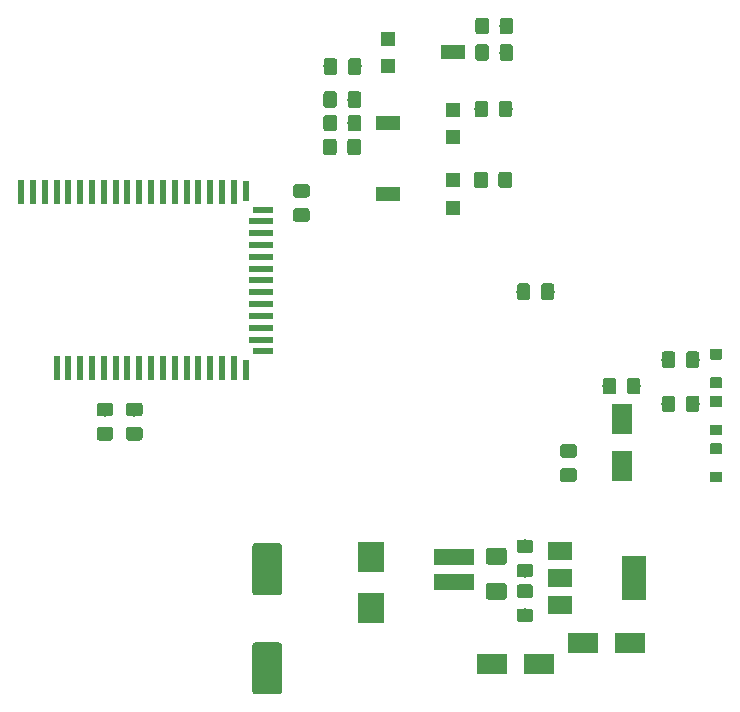
<source format=gtp>
G04 #@! TF.GenerationSoftware,KiCad,Pcbnew,5.0.2+dfsg1-1*
G04 #@! TF.CreationDate,2019-05-10T18:20:53+02:00*
G04 #@! TF.ProjectId,bt-trx-dev-board,62742d74-7278-42d6-9465-762d626f6172,2.0*
G04 #@! TF.SameCoordinates,Original*
G04 #@! TF.FileFunction,Paste,Top*
G04 #@! TF.FilePolarity,Positive*
%FSLAX46Y46*%
G04 Gerber Fmt 4.6, Leading zero omitted, Abs format (unit mm)*
G04 Created by KiCad (PCBNEW 5.0.2+dfsg1-1) date Fri 10 May 2019 06:20:53 PM CEST*
%MOMM*%
%LPD*%
G01*
G04 APERTURE LIST*
%ADD10C,0.100000*%
%ADD11C,1.150000*%
%ADD12C,1.425000*%
%ADD13R,3.400000X1.350000*%
%ADD14R,0.600000X1.750000*%
%ADD15R,0.600000X2.000000*%
%ADD16R,1.750000X0.600000*%
%ADD17R,2.000000X0.600000*%
%ADD18R,2.000000X3.800000*%
%ADD19R,2.000000X1.500000*%
%ADD20R,2.500000X1.800000*%
%ADD21R,1.300000X1.300000*%
%ADD22R,2.000000X1.300000*%
%ADD23C,0.900000*%
%ADD24R,2.300000X2.500000*%
%ADD25C,2.500000*%
%ADD26R,1.800000X2.500000*%
G04 APERTURE END LIST*
D10*
G04 #@! TO.C,C1*
G36*
X149456505Y-76731204D02*
X149480773Y-76734804D01*
X149504572Y-76740765D01*
X149527671Y-76749030D01*
X149549850Y-76759520D01*
X149570893Y-76772132D01*
X149590599Y-76786747D01*
X149608777Y-76803223D01*
X149625253Y-76821401D01*
X149639868Y-76841107D01*
X149652480Y-76862150D01*
X149662970Y-76884329D01*
X149671235Y-76907428D01*
X149677196Y-76931227D01*
X149680796Y-76955495D01*
X149682000Y-76979999D01*
X149682000Y-77880001D01*
X149680796Y-77904505D01*
X149677196Y-77928773D01*
X149671235Y-77952572D01*
X149662970Y-77975671D01*
X149652480Y-77997850D01*
X149639868Y-78018893D01*
X149625253Y-78038599D01*
X149608777Y-78056777D01*
X149590599Y-78073253D01*
X149570893Y-78087868D01*
X149549850Y-78100480D01*
X149527671Y-78110970D01*
X149504572Y-78119235D01*
X149480773Y-78125196D01*
X149456505Y-78128796D01*
X149432001Y-78130000D01*
X148781999Y-78130000D01*
X148757495Y-78128796D01*
X148733227Y-78125196D01*
X148709428Y-78119235D01*
X148686329Y-78110970D01*
X148664150Y-78100480D01*
X148643107Y-78087868D01*
X148623401Y-78073253D01*
X148605223Y-78056777D01*
X148588747Y-78038599D01*
X148574132Y-78018893D01*
X148561520Y-77997850D01*
X148551030Y-77975671D01*
X148542765Y-77952572D01*
X148536804Y-77928773D01*
X148533204Y-77904505D01*
X148532000Y-77880001D01*
X148532000Y-76979999D01*
X148533204Y-76955495D01*
X148536804Y-76931227D01*
X148542765Y-76907428D01*
X148551030Y-76884329D01*
X148561520Y-76862150D01*
X148574132Y-76841107D01*
X148588747Y-76821401D01*
X148605223Y-76803223D01*
X148623401Y-76786747D01*
X148643107Y-76772132D01*
X148664150Y-76759520D01*
X148686329Y-76749030D01*
X148709428Y-76740765D01*
X148733227Y-76734804D01*
X148757495Y-76731204D01*
X148781999Y-76730000D01*
X149432001Y-76730000D01*
X149456505Y-76731204D01*
X149456505Y-76731204D01*
G37*
D11*
X149107000Y-77430000D03*
D10*
G36*
X151506505Y-76731204D02*
X151530773Y-76734804D01*
X151554572Y-76740765D01*
X151577671Y-76749030D01*
X151599850Y-76759520D01*
X151620893Y-76772132D01*
X151640599Y-76786747D01*
X151658777Y-76803223D01*
X151675253Y-76821401D01*
X151689868Y-76841107D01*
X151702480Y-76862150D01*
X151712970Y-76884329D01*
X151721235Y-76907428D01*
X151727196Y-76931227D01*
X151730796Y-76955495D01*
X151732000Y-76979999D01*
X151732000Y-77880001D01*
X151730796Y-77904505D01*
X151727196Y-77928773D01*
X151721235Y-77952572D01*
X151712970Y-77975671D01*
X151702480Y-77997850D01*
X151689868Y-78018893D01*
X151675253Y-78038599D01*
X151658777Y-78056777D01*
X151640599Y-78073253D01*
X151620893Y-78087868D01*
X151599850Y-78100480D01*
X151577671Y-78110970D01*
X151554572Y-78119235D01*
X151530773Y-78125196D01*
X151506505Y-78128796D01*
X151482001Y-78130000D01*
X150831999Y-78130000D01*
X150807495Y-78128796D01*
X150783227Y-78125196D01*
X150759428Y-78119235D01*
X150736329Y-78110970D01*
X150714150Y-78100480D01*
X150693107Y-78087868D01*
X150673401Y-78073253D01*
X150655223Y-78056777D01*
X150638747Y-78038599D01*
X150624132Y-78018893D01*
X150611520Y-77997850D01*
X150601030Y-77975671D01*
X150592765Y-77952572D01*
X150586804Y-77928773D01*
X150583204Y-77904505D01*
X150582000Y-77880001D01*
X150582000Y-76979999D01*
X150583204Y-76955495D01*
X150586804Y-76931227D01*
X150592765Y-76907428D01*
X150601030Y-76884329D01*
X150611520Y-76862150D01*
X150624132Y-76841107D01*
X150638747Y-76821401D01*
X150655223Y-76803223D01*
X150673401Y-76786747D01*
X150693107Y-76772132D01*
X150714150Y-76759520D01*
X150736329Y-76749030D01*
X150759428Y-76740765D01*
X150783227Y-76734804D01*
X150807495Y-76731204D01*
X150831999Y-76730000D01*
X151482001Y-76730000D01*
X151506505Y-76731204D01*
X151506505Y-76731204D01*
G37*
D11*
X151157000Y-77430000D03*
G04 #@! TD*
D10*
G04 #@! TO.C,C2*
G36*
X151456505Y-83531204D02*
X151480773Y-83534804D01*
X151504572Y-83540765D01*
X151527671Y-83549030D01*
X151549850Y-83559520D01*
X151570893Y-83572132D01*
X151590599Y-83586747D01*
X151608777Y-83603223D01*
X151625253Y-83621401D01*
X151639868Y-83641107D01*
X151652480Y-83662150D01*
X151662970Y-83684329D01*
X151671235Y-83707428D01*
X151677196Y-83731227D01*
X151680796Y-83755495D01*
X151682000Y-83779999D01*
X151682000Y-84680001D01*
X151680796Y-84704505D01*
X151677196Y-84728773D01*
X151671235Y-84752572D01*
X151662970Y-84775671D01*
X151652480Y-84797850D01*
X151639868Y-84818893D01*
X151625253Y-84838599D01*
X151608777Y-84856777D01*
X151590599Y-84873253D01*
X151570893Y-84887868D01*
X151549850Y-84900480D01*
X151527671Y-84910970D01*
X151504572Y-84919235D01*
X151480773Y-84925196D01*
X151456505Y-84928796D01*
X151432001Y-84930000D01*
X150781999Y-84930000D01*
X150757495Y-84928796D01*
X150733227Y-84925196D01*
X150709428Y-84919235D01*
X150686329Y-84910970D01*
X150664150Y-84900480D01*
X150643107Y-84887868D01*
X150623401Y-84873253D01*
X150605223Y-84856777D01*
X150588747Y-84838599D01*
X150574132Y-84818893D01*
X150561520Y-84797850D01*
X150551030Y-84775671D01*
X150542765Y-84752572D01*
X150536804Y-84728773D01*
X150533204Y-84704505D01*
X150532000Y-84680001D01*
X150532000Y-83779999D01*
X150533204Y-83755495D01*
X150536804Y-83731227D01*
X150542765Y-83707428D01*
X150551030Y-83684329D01*
X150561520Y-83662150D01*
X150574132Y-83641107D01*
X150588747Y-83621401D01*
X150605223Y-83603223D01*
X150623401Y-83586747D01*
X150643107Y-83572132D01*
X150664150Y-83559520D01*
X150686329Y-83549030D01*
X150709428Y-83540765D01*
X150733227Y-83534804D01*
X150757495Y-83531204D01*
X150781999Y-83530000D01*
X151432001Y-83530000D01*
X151456505Y-83531204D01*
X151456505Y-83531204D01*
G37*
D11*
X151107000Y-84230000D03*
D10*
G36*
X149406505Y-83531204D02*
X149430773Y-83534804D01*
X149454572Y-83540765D01*
X149477671Y-83549030D01*
X149499850Y-83559520D01*
X149520893Y-83572132D01*
X149540599Y-83586747D01*
X149558777Y-83603223D01*
X149575253Y-83621401D01*
X149589868Y-83641107D01*
X149602480Y-83662150D01*
X149612970Y-83684329D01*
X149621235Y-83707428D01*
X149627196Y-83731227D01*
X149630796Y-83755495D01*
X149632000Y-83779999D01*
X149632000Y-84680001D01*
X149630796Y-84704505D01*
X149627196Y-84728773D01*
X149621235Y-84752572D01*
X149612970Y-84775671D01*
X149602480Y-84797850D01*
X149589868Y-84818893D01*
X149575253Y-84838599D01*
X149558777Y-84856777D01*
X149540599Y-84873253D01*
X149520893Y-84887868D01*
X149499850Y-84900480D01*
X149477671Y-84910970D01*
X149454572Y-84919235D01*
X149430773Y-84925196D01*
X149406505Y-84928796D01*
X149382001Y-84930000D01*
X148731999Y-84930000D01*
X148707495Y-84928796D01*
X148683227Y-84925196D01*
X148659428Y-84919235D01*
X148636329Y-84910970D01*
X148614150Y-84900480D01*
X148593107Y-84887868D01*
X148573401Y-84873253D01*
X148555223Y-84856777D01*
X148538747Y-84838599D01*
X148524132Y-84818893D01*
X148511520Y-84797850D01*
X148501030Y-84775671D01*
X148492765Y-84752572D01*
X148486804Y-84728773D01*
X148483204Y-84704505D01*
X148482000Y-84680001D01*
X148482000Y-83779999D01*
X148483204Y-83755495D01*
X148486804Y-83731227D01*
X148492765Y-83707428D01*
X148501030Y-83684329D01*
X148511520Y-83662150D01*
X148524132Y-83641107D01*
X148538747Y-83621401D01*
X148555223Y-83603223D01*
X148573401Y-83586747D01*
X148593107Y-83572132D01*
X148614150Y-83559520D01*
X148636329Y-83549030D01*
X148659428Y-83540765D01*
X148683227Y-83534804D01*
X148707495Y-83531204D01*
X148731999Y-83530000D01*
X149382001Y-83530000D01*
X149406505Y-83531204D01*
X149406505Y-83531204D01*
G37*
D11*
X149057000Y-84230000D03*
G04 #@! TD*
D10*
G04 #@! TO.C,C3*
G36*
X151481505Y-81531204D02*
X151505773Y-81534804D01*
X151529572Y-81540765D01*
X151552671Y-81549030D01*
X151574850Y-81559520D01*
X151595893Y-81572132D01*
X151615599Y-81586747D01*
X151633777Y-81603223D01*
X151650253Y-81621401D01*
X151664868Y-81641107D01*
X151677480Y-81662150D01*
X151687970Y-81684329D01*
X151696235Y-81707428D01*
X151702196Y-81731227D01*
X151705796Y-81755495D01*
X151707000Y-81779999D01*
X151707000Y-82680001D01*
X151705796Y-82704505D01*
X151702196Y-82728773D01*
X151696235Y-82752572D01*
X151687970Y-82775671D01*
X151677480Y-82797850D01*
X151664868Y-82818893D01*
X151650253Y-82838599D01*
X151633777Y-82856777D01*
X151615599Y-82873253D01*
X151595893Y-82887868D01*
X151574850Y-82900480D01*
X151552671Y-82910970D01*
X151529572Y-82919235D01*
X151505773Y-82925196D01*
X151481505Y-82928796D01*
X151457001Y-82930000D01*
X150806999Y-82930000D01*
X150782495Y-82928796D01*
X150758227Y-82925196D01*
X150734428Y-82919235D01*
X150711329Y-82910970D01*
X150689150Y-82900480D01*
X150668107Y-82887868D01*
X150648401Y-82873253D01*
X150630223Y-82856777D01*
X150613747Y-82838599D01*
X150599132Y-82818893D01*
X150586520Y-82797850D01*
X150576030Y-82775671D01*
X150567765Y-82752572D01*
X150561804Y-82728773D01*
X150558204Y-82704505D01*
X150557000Y-82680001D01*
X150557000Y-81779999D01*
X150558204Y-81755495D01*
X150561804Y-81731227D01*
X150567765Y-81707428D01*
X150576030Y-81684329D01*
X150586520Y-81662150D01*
X150599132Y-81641107D01*
X150613747Y-81621401D01*
X150630223Y-81603223D01*
X150648401Y-81586747D01*
X150668107Y-81572132D01*
X150689150Y-81559520D01*
X150711329Y-81549030D01*
X150734428Y-81540765D01*
X150758227Y-81534804D01*
X150782495Y-81531204D01*
X150806999Y-81530000D01*
X151457001Y-81530000D01*
X151481505Y-81531204D01*
X151481505Y-81531204D01*
G37*
D11*
X151132000Y-82230000D03*
D10*
G36*
X149431505Y-81531204D02*
X149455773Y-81534804D01*
X149479572Y-81540765D01*
X149502671Y-81549030D01*
X149524850Y-81559520D01*
X149545893Y-81572132D01*
X149565599Y-81586747D01*
X149583777Y-81603223D01*
X149600253Y-81621401D01*
X149614868Y-81641107D01*
X149627480Y-81662150D01*
X149637970Y-81684329D01*
X149646235Y-81707428D01*
X149652196Y-81731227D01*
X149655796Y-81755495D01*
X149657000Y-81779999D01*
X149657000Y-82680001D01*
X149655796Y-82704505D01*
X149652196Y-82728773D01*
X149646235Y-82752572D01*
X149637970Y-82775671D01*
X149627480Y-82797850D01*
X149614868Y-82818893D01*
X149600253Y-82838599D01*
X149583777Y-82856777D01*
X149565599Y-82873253D01*
X149545893Y-82887868D01*
X149524850Y-82900480D01*
X149502671Y-82910970D01*
X149479572Y-82919235D01*
X149455773Y-82925196D01*
X149431505Y-82928796D01*
X149407001Y-82930000D01*
X148756999Y-82930000D01*
X148732495Y-82928796D01*
X148708227Y-82925196D01*
X148684428Y-82919235D01*
X148661329Y-82910970D01*
X148639150Y-82900480D01*
X148618107Y-82887868D01*
X148598401Y-82873253D01*
X148580223Y-82856777D01*
X148563747Y-82838599D01*
X148549132Y-82818893D01*
X148536520Y-82797850D01*
X148526030Y-82775671D01*
X148517765Y-82752572D01*
X148511804Y-82728773D01*
X148508204Y-82704505D01*
X148507000Y-82680001D01*
X148507000Y-81779999D01*
X148508204Y-81755495D01*
X148511804Y-81731227D01*
X148517765Y-81707428D01*
X148526030Y-81684329D01*
X148536520Y-81662150D01*
X148549132Y-81641107D01*
X148563747Y-81621401D01*
X148580223Y-81603223D01*
X148598401Y-81586747D01*
X148618107Y-81572132D01*
X148639150Y-81559520D01*
X148661329Y-81549030D01*
X148684428Y-81540765D01*
X148708227Y-81534804D01*
X148732495Y-81531204D01*
X148756999Y-81530000D01*
X149407001Y-81530000D01*
X149431505Y-81531204D01*
X149431505Y-81531204D01*
G37*
D11*
X149082000Y-82230000D03*
G04 #@! TD*
D10*
G04 #@! TO.C,C4*
G36*
X147113505Y-89435204D02*
X147137773Y-89438804D01*
X147161572Y-89444765D01*
X147184671Y-89453030D01*
X147206850Y-89463520D01*
X147227893Y-89476132D01*
X147247599Y-89490747D01*
X147265777Y-89507223D01*
X147282253Y-89525401D01*
X147296868Y-89545107D01*
X147309480Y-89566150D01*
X147319970Y-89588329D01*
X147328235Y-89611428D01*
X147334196Y-89635227D01*
X147337796Y-89659495D01*
X147339000Y-89683999D01*
X147339000Y-90334001D01*
X147337796Y-90358505D01*
X147334196Y-90382773D01*
X147328235Y-90406572D01*
X147319970Y-90429671D01*
X147309480Y-90451850D01*
X147296868Y-90472893D01*
X147282253Y-90492599D01*
X147265777Y-90510777D01*
X147247599Y-90527253D01*
X147227893Y-90541868D01*
X147206850Y-90554480D01*
X147184671Y-90564970D01*
X147161572Y-90573235D01*
X147137773Y-90579196D01*
X147113505Y-90582796D01*
X147089001Y-90584000D01*
X146188999Y-90584000D01*
X146164495Y-90582796D01*
X146140227Y-90579196D01*
X146116428Y-90573235D01*
X146093329Y-90564970D01*
X146071150Y-90554480D01*
X146050107Y-90541868D01*
X146030401Y-90527253D01*
X146012223Y-90510777D01*
X145995747Y-90492599D01*
X145981132Y-90472893D01*
X145968520Y-90451850D01*
X145958030Y-90429671D01*
X145949765Y-90406572D01*
X145943804Y-90382773D01*
X145940204Y-90358505D01*
X145939000Y-90334001D01*
X145939000Y-89683999D01*
X145940204Y-89659495D01*
X145943804Y-89635227D01*
X145949765Y-89611428D01*
X145958030Y-89588329D01*
X145968520Y-89566150D01*
X145981132Y-89545107D01*
X145995747Y-89525401D01*
X146012223Y-89507223D01*
X146030401Y-89490747D01*
X146050107Y-89476132D01*
X146071150Y-89463520D01*
X146093329Y-89453030D01*
X146116428Y-89444765D01*
X146140227Y-89438804D01*
X146164495Y-89435204D01*
X146188999Y-89434000D01*
X147089001Y-89434000D01*
X147113505Y-89435204D01*
X147113505Y-89435204D01*
G37*
D11*
X146639000Y-90009000D03*
D10*
G36*
X147113505Y-87385204D02*
X147137773Y-87388804D01*
X147161572Y-87394765D01*
X147184671Y-87403030D01*
X147206850Y-87413520D01*
X147227893Y-87426132D01*
X147247599Y-87440747D01*
X147265777Y-87457223D01*
X147282253Y-87475401D01*
X147296868Y-87495107D01*
X147309480Y-87516150D01*
X147319970Y-87538329D01*
X147328235Y-87561428D01*
X147334196Y-87585227D01*
X147337796Y-87609495D01*
X147339000Y-87633999D01*
X147339000Y-88284001D01*
X147337796Y-88308505D01*
X147334196Y-88332773D01*
X147328235Y-88356572D01*
X147319970Y-88379671D01*
X147309480Y-88401850D01*
X147296868Y-88422893D01*
X147282253Y-88442599D01*
X147265777Y-88460777D01*
X147247599Y-88477253D01*
X147227893Y-88491868D01*
X147206850Y-88504480D01*
X147184671Y-88514970D01*
X147161572Y-88523235D01*
X147137773Y-88529196D01*
X147113505Y-88532796D01*
X147089001Y-88534000D01*
X146188999Y-88534000D01*
X146164495Y-88532796D01*
X146140227Y-88529196D01*
X146116428Y-88523235D01*
X146093329Y-88514970D01*
X146071150Y-88504480D01*
X146050107Y-88491868D01*
X146030401Y-88477253D01*
X146012223Y-88460777D01*
X145995747Y-88442599D01*
X145981132Y-88422893D01*
X145968520Y-88401850D01*
X145958030Y-88379671D01*
X145949765Y-88356572D01*
X145943804Y-88332773D01*
X145940204Y-88308505D01*
X145939000Y-88284001D01*
X145939000Y-87633999D01*
X145940204Y-87609495D01*
X145943804Y-87585227D01*
X145949765Y-87561428D01*
X145958030Y-87538329D01*
X145968520Y-87516150D01*
X145981132Y-87495107D01*
X145995747Y-87475401D01*
X146012223Y-87457223D01*
X146030401Y-87440747D01*
X146050107Y-87426132D01*
X146071150Y-87413520D01*
X146093329Y-87403030D01*
X146116428Y-87394765D01*
X146140227Y-87388804D01*
X146164495Y-87385204D01*
X146188999Y-87384000D01*
X147089001Y-87384000D01*
X147113505Y-87385204D01*
X147113505Y-87385204D01*
G37*
D11*
X146639000Y-87959000D03*
G04 #@! TD*
D10*
G04 #@! TO.C,C5*
G36*
X149431505Y-79531204D02*
X149455773Y-79534804D01*
X149479572Y-79540765D01*
X149502671Y-79549030D01*
X149524850Y-79559520D01*
X149545893Y-79572132D01*
X149565599Y-79586747D01*
X149583777Y-79603223D01*
X149600253Y-79621401D01*
X149614868Y-79641107D01*
X149627480Y-79662150D01*
X149637970Y-79684329D01*
X149646235Y-79707428D01*
X149652196Y-79731227D01*
X149655796Y-79755495D01*
X149657000Y-79779999D01*
X149657000Y-80680001D01*
X149655796Y-80704505D01*
X149652196Y-80728773D01*
X149646235Y-80752572D01*
X149637970Y-80775671D01*
X149627480Y-80797850D01*
X149614868Y-80818893D01*
X149600253Y-80838599D01*
X149583777Y-80856777D01*
X149565599Y-80873253D01*
X149545893Y-80887868D01*
X149524850Y-80900480D01*
X149502671Y-80910970D01*
X149479572Y-80919235D01*
X149455773Y-80925196D01*
X149431505Y-80928796D01*
X149407001Y-80930000D01*
X148756999Y-80930000D01*
X148732495Y-80928796D01*
X148708227Y-80925196D01*
X148684428Y-80919235D01*
X148661329Y-80910970D01*
X148639150Y-80900480D01*
X148618107Y-80887868D01*
X148598401Y-80873253D01*
X148580223Y-80856777D01*
X148563747Y-80838599D01*
X148549132Y-80818893D01*
X148536520Y-80797850D01*
X148526030Y-80775671D01*
X148517765Y-80752572D01*
X148511804Y-80728773D01*
X148508204Y-80704505D01*
X148507000Y-80680001D01*
X148507000Y-79779999D01*
X148508204Y-79755495D01*
X148511804Y-79731227D01*
X148517765Y-79707428D01*
X148526030Y-79684329D01*
X148536520Y-79662150D01*
X148549132Y-79641107D01*
X148563747Y-79621401D01*
X148580223Y-79603223D01*
X148598401Y-79586747D01*
X148618107Y-79572132D01*
X148639150Y-79559520D01*
X148661329Y-79549030D01*
X148684428Y-79540765D01*
X148708227Y-79534804D01*
X148732495Y-79531204D01*
X148756999Y-79530000D01*
X149407001Y-79530000D01*
X149431505Y-79531204D01*
X149431505Y-79531204D01*
G37*
D11*
X149082000Y-80230000D03*
D10*
G36*
X151481505Y-79531204D02*
X151505773Y-79534804D01*
X151529572Y-79540765D01*
X151552671Y-79549030D01*
X151574850Y-79559520D01*
X151595893Y-79572132D01*
X151615599Y-79586747D01*
X151633777Y-79603223D01*
X151650253Y-79621401D01*
X151664868Y-79641107D01*
X151677480Y-79662150D01*
X151687970Y-79684329D01*
X151696235Y-79707428D01*
X151702196Y-79731227D01*
X151705796Y-79755495D01*
X151707000Y-79779999D01*
X151707000Y-80680001D01*
X151705796Y-80704505D01*
X151702196Y-80728773D01*
X151696235Y-80752572D01*
X151687970Y-80775671D01*
X151677480Y-80797850D01*
X151664868Y-80818893D01*
X151650253Y-80838599D01*
X151633777Y-80856777D01*
X151615599Y-80873253D01*
X151595893Y-80887868D01*
X151574850Y-80900480D01*
X151552671Y-80910970D01*
X151529572Y-80919235D01*
X151505773Y-80925196D01*
X151481505Y-80928796D01*
X151457001Y-80930000D01*
X150806999Y-80930000D01*
X150782495Y-80928796D01*
X150758227Y-80925196D01*
X150734428Y-80919235D01*
X150711329Y-80910970D01*
X150689150Y-80900480D01*
X150668107Y-80887868D01*
X150648401Y-80873253D01*
X150630223Y-80856777D01*
X150613747Y-80838599D01*
X150599132Y-80818893D01*
X150586520Y-80797850D01*
X150576030Y-80775671D01*
X150567765Y-80752572D01*
X150561804Y-80728773D01*
X150558204Y-80704505D01*
X150557000Y-80680001D01*
X150557000Y-79779999D01*
X150558204Y-79755495D01*
X150561804Y-79731227D01*
X150567765Y-79707428D01*
X150576030Y-79684329D01*
X150586520Y-79662150D01*
X150599132Y-79641107D01*
X150613747Y-79621401D01*
X150630223Y-79603223D01*
X150648401Y-79586747D01*
X150668107Y-79572132D01*
X150689150Y-79559520D01*
X150711329Y-79549030D01*
X150734428Y-79540765D01*
X150758227Y-79534804D01*
X150782495Y-79531204D01*
X150806999Y-79530000D01*
X151457001Y-79530000D01*
X151481505Y-79531204D01*
X151481505Y-79531204D01*
G37*
D11*
X151132000Y-80230000D03*
G04 #@! TD*
D10*
G04 #@! TO.C,C6*
G36*
X166036505Y-123326204D02*
X166060773Y-123329804D01*
X166084572Y-123335765D01*
X166107671Y-123344030D01*
X166129850Y-123354520D01*
X166150893Y-123367132D01*
X166170599Y-123381747D01*
X166188777Y-123398223D01*
X166205253Y-123416401D01*
X166219868Y-123436107D01*
X166232480Y-123457150D01*
X166242970Y-123479329D01*
X166251235Y-123502428D01*
X166257196Y-123526227D01*
X166260796Y-123550495D01*
X166262000Y-123574999D01*
X166262000Y-124225001D01*
X166260796Y-124249505D01*
X166257196Y-124273773D01*
X166251235Y-124297572D01*
X166242970Y-124320671D01*
X166232480Y-124342850D01*
X166219868Y-124363893D01*
X166205253Y-124383599D01*
X166188777Y-124401777D01*
X166170599Y-124418253D01*
X166150893Y-124432868D01*
X166129850Y-124445480D01*
X166107671Y-124455970D01*
X166084572Y-124464235D01*
X166060773Y-124470196D01*
X166036505Y-124473796D01*
X166012001Y-124475000D01*
X165111999Y-124475000D01*
X165087495Y-124473796D01*
X165063227Y-124470196D01*
X165039428Y-124464235D01*
X165016329Y-124455970D01*
X164994150Y-124445480D01*
X164973107Y-124432868D01*
X164953401Y-124418253D01*
X164935223Y-124401777D01*
X164918747Y-124383599D01*
X164904132Y-124363893D01*
X164891520Y-124342850D01*
X164881030Y-124320671D01*
X164872765Y-124297572D01*
X164866804Y-124273773D01*
X164863204Y-124249505D01*
X164862000Y-124225001D01*
X164862000Y-123574999D01*
X164863204Y-123550495D01*
X164866804Y-123526227D01*
X164872765Y-123502428D01*
X164881030Y-123479329D01*
X164891520Y-123457150D01*
X164904132Y-123436107D01*
X164918747Y-123416401D01*
X164935223Y-123398223D01*
X164953401Y-123381747D01*
X164973107Y-123367132D01*
X164994150Y-123354520D01*
X165016329Y-123344030D01*
X165039428Y-123335765D01*
X165063227Y-123329804D01*
X165087495Y-123326204D01*
X165111999Y-123325000D01*
X166012001Y-123325000D01*
X166036505Y-123326204D01*
X166036505Y-123326204D01*
G37*
D11*
X165562000Y-123900000D03*
D10*
G36*
X166036505Y-121276204D02*
X166060773Y-121279804D01*
X166084572Y-121285765D01*
X166107671Y-121294030D01*
X166129850Y-121304520D01*
X166150893Y-121317132D01*
X166170599Y-121331747D01*
X166188777Y-121348223D01*
X166205253Y-121366401D01*
X166219868Y-121386107D01*
X166232480Y-121407150D01*
X166242970Y-121429329D01*
X166251235Y-121452428D01*
X166257196Y-121476227D01*
X166260796Y-121500495D01*
X166262000Y-121524999D01*
X166262000Y-122175001D01*
X166260796Y-122199505D01*
X166257196Y-122223773D01*
X166251235Y-122247572D01*
X166242970Y-122270671D01*
X166232480Y-122292850D01*
X166219868Y-122313893D01*
X166205253Y-122333599D01*
X166188777Y-122351777D01*
X166170599Y-122368253D01*
X166150893Y-122382868D01*
X166129850Y-122395480D01*
X166107671Y-122405970D01*
X166084572Y-122414235D01*
X166060773Y-122420196D01*
X166036505Y-122423796D01*
X166012001Y-122425000D01*
X165111999Y-122425000D01*
X165087495Y-122423796D01*
X165063227Y-122420196D01*
X165039428Y-122414235D01*
X165016329Y-122405970D01*
X164994150Y-122395480D01*
X164973107Y-122382868D01*
X164953401Y-122368253D01*
X164935223Y-122351777D01*
X164918747Y-122333599D01*
X164904132Y-122313893D01*
X164891520Y-122292850D01*
X164881030Y-122270671D01*
X164872765Y-122247572D01*
X164866804Y-122223773D01*
X164863204Y-122199505D01*
X164862000Y-122175001D01*
X164862000Y-121524999D01*
X164863204Y-121500495D01*
X164866804Y-121476227D01*
X164872765Y-121452428D01*
X164881030Y-121429329D01*
X164891520Y-121407150D01*
X164904132Y-121386107D01*
X164918747Y-121366401D01*
X164935223Y-121348223D01*
X164953401Y-121331747D01*
X164973107Y-121317132D01*
X164994150Y-121304520D01*
X165016329Y-121294030D01*
X165039428Y-121285765D01*
X165063227Y-121279804D01*
X165087495Y-121276204D01*
X165111999Y-121275000D01*
X166012001Y-121275000D01*
X166036505Y-121276204D01*
X166036505Y-121276204D01*
G37*
D11*
X165562000Y-121850000D03*
G04 #@! TD*
D10*
G04 #@! TO.C,F1*
G36*
X163798504Y-121156704D02*
X163822773Y-121160304D01*
X163846571Y-121166265D01*
X163869671Y-121174530D01*
X163891849Y-121185020D01*
X163912893Y-121197633D01*
X163932598Y-121212247D01*
X163950777Y-121228723D01*
X163967253Y-121246902D01*
X163981867Y-121266607D01*
X163994480Y-121287651D01*
X164004970Y-121309829D01*
X164013235Y-121332929D01*
X164019196Y-121356727D01*
X164022796Y-121380996D01*
X164024000Y-121405500D01*
X164024000Y-122330500D01*
X164022796Y-122355004D01*
X164019196Y-122379273D01*
X164013235Y-122403071D01*
X164004970Y-122426171D01*
X163994480Y-122448349D01*
X163981867Y-122469393D01*
X163967253Y-122489098D01*
X163950777Y-122507277D01*
X163932598Y-122523753D01*
X163912893Y-122538367D01*
X163891849Y-122550980D01*
X163869671Y-122561470D01*
X163846571Y-122569735D01*
X163822773Y-122575696D01*
X163798504Y-122579296D01*
X163774000Y-122580500D01*
X162524000Y-122580500D01*
X162499496Y-122579296D01*
X162475227Y-122575696D01*
X162451429Y-122569735D01*
X162428329Y-122561470D01*
X162406151Y-122550980D01*
X162385107Y-122538367D01*
X162365402Y-122523753D01*
X162347223Y-122507277D01*
X162330747Y-122489098D01*
X162316133Y-122469393D01*
X162303520Y-122448349D01*
X162293030Y-122426171D01*
X162284765Y-122403071D01*
X162278804Y-122379273D01*
X162275204Y-122355004D01*
X162274000Y-122330500D01*
X162274000Y-121405500D01*
X162275204Y-121380996D01*
X162278804Y-121356727D01*
X162284765Y-121332929D01*
X162293030Y-121309829D01*
X162303520Y-121287651D01*
X162316133Y-121266607D01*
X162330747Y-121246902D01*
X162347223Y-121228723D01*
X162365402Y-121212247D01*
X162385107Y-121197633D01*
X162406151Y-121185020D01*
X162428329Y-121174530D01*
X162451429Y-121166265D01*
X162475227Y-121160304D01*
X162499496Y-121156704D01*
X162524000Y-121155500D01*
X163774000Y-121155500D01*
X163798504Y-121156704D01*
X163798504Y-121156704D01*
G37*
D12*
X163149000Y-121868000D03*
D10*
G36*
X163798504Y-118181704D02*
X163822773Y-118185304D01*
X163846571Y-118191265D01*
X163869671Y-118199530D01*
X163891849Y-118210020D01*
X163912893Y-118222633D01*
X163932598Y-118237247D01*
X163950777Y-118253723D01*
X163967253Y-118271902D01*
X163981867Y-118291607D01*
X163994480Y-118312651D01*
X164004970Y-118334829D01*
X164013235Y-118357929D01*
X164019196Y-118381727D01*
X164022796Y-118405996D01*
X164024000Y-118430500D01*
X164024000Y-119355500D01*
X164022796Y-119380004D01*
X164019196Y-119404273D01*
X164013235Y-119428071D01*
X164004970Y-119451171D01*
X163994480Y-119473349D01*
X163981867Y-119494393D01*
X163967253Y-119514098D01*
X163950777Y-119532277D01*
X163932598Y-119548753D01*
X163912893Y-119563367D01*
X163891849Y-119575980D01*
X163869671Y-119586470D01*
X163846571Y-119594735D01*
X163822773Y-119600696D01*
X163798504Y-119604296D01*
X163774000Y-119605500D01*
X162524000Y-119605500D01*
X162499496Y-119604296D01*
X162475227Y-119600696D01*
X162451429Y-119594735D01*
X162428329Y-119586470D01*
X162406151Y-119575980D01*
X162385107Y-119563367D01*
X162365402Y-119548753D01*
X162347223Y-119532277D01*
X162330747Y-119514098D01*
X162316133Y-119494393D01*
X162303520Y-119473349D01*
X162293030Y-119451171D01*
X162284765Y-119428071D01*
X162278804Y-119404273D01*
X162275204Y-119380004D01*
X162274000Y-119355500D01*
X162274000Y-118430500D01*
X162275204Y-118405996D01*
X162278804Y-118381727D01*
X162284765Y-118357929D01*
X162293030Y-118334829D01*
X162303520Y-118312651D01*
X162316133Y-118291607D01*
X162330747Y-118271902D01*
X162347223Y-118253723D01*
X162365402Y-118237247D01*
X162385107Y-118222633D01*
X162406151Y-118210020D01*
X162428329Y-118199530D01*
X162451429Y-118191265D01*
X162475227Y-118185304D01*
X162499496Y-118181704D01*
X162524000Y-118180500D01*
X163774000Y-118180500D01*
X163798504Y-118181704D01*
X163798504Y-118181704D01*
G37*
D12*
X163149000Y-118893000D03*
G04 #@! TD*
D10*
G04 #@! TO.C,L1*
G36*
X164256505Y-86331204D02*
X164280773Y-86334804D01*
X164304572Y-86340765D01*
X164327671Y-86349030D01*
X164349850Y-86359520D01*
X164370893Y-86372132D01*
X164390599Y-86386747D01*
X164408777Y-86403223D01*
X164425253Y-86421401D01*
X164439868Y-86441107D01*
X164452480Y-86462150D01*
X164462970Y-86484329D01*
X164471235Y-86507428D01*
X164477196Y-86531227D01*
X164480796Y-86555495D01*
X164482000Y-86579999D01*
X164482000Y-87480001D01*
X164480796Y-87504505D01*
X164477196Y-87528773D01*
X164471235Y-87552572D01*
X164462970Y-87575671D01*
X164452480Y-87597850D01*
X164439868Y-87618893D01*
X164425253Y-87638599D01*
X164408777Y-87656777D01*
X164390599Y-87673253D01*
X164370893Y-87687868D01*
X164349850Y-87700480D01*
X164327671Y-87710970D01*
X164304572Y-87719235D01*
X164280773Y-87725196D01*
X164256505Y-87728796D01*
X164232001Y-87730000D01*
X163581999Y-87730000D01*
X163557495Y-87728796D01*
X163533227Y-87725196D01*
X163509428Y-87719235D01*
X163486329Y-87710970D01*
X163464150Y-87700480D01*
X163443107Y-87687868D01*
X163423401Y-87673253D01*
X163405223Y-87656777D01*
X163388747Y-87638599D01*
X163374132Y-87618893D01*
X163361520Y-87597850D01*
X163351030Y-87575671D01*
X163342765Y-87552572D01*
X163336804Y-87528773D01*
X163333204Y-87504505D01*
X163332000Y-87480001D01*
X163332000Y-86579999D01*
X163333204Y-86555495D01*
X163336804Y-86531227D01*
X163342765Y-86507428D01*
X163351030Y-86484329D01*
X163361520Y-86462150D01*
X163374132Y-86441107D01*
X163388747Y-86421401D01*
X163405223Y-86403223D01*
X163423401Y-86386747D01*
X163443107Y-86372132D01*
X163464150Y-86359520D01*
X163486329Y-86349030D01*
X163509428Y-86340765D01*
X163533227Y-86334804D01*
X163557495Y-86331204D01*
X163581999Y-86330000D01*
X164232001Y-86330000D01*
X164256505Y-86331204D01*
X164256505Y-86331204D01*
G37*
D11*
X163907000Y-87030000D03*
D10*
G36*
X162206505Y-86331204D02*
X162230773Y-86334804D01*
X162254572Y-86340765D01*
X162277671Y-86349030D01*
X162299850Y-86359520D01*
X162320893Y-86372132D01*
X162340599Y-86386747D01*
X162358777Y-86403223D01*
X162375253Y-86421401D01*
X162389868Y-86441107D01*
X162402480Y-86462150D01*
X162412970Y-86484329D01*
X162421235Y-86507428D01*
X162427196Y-86531227D01*
X162430796Y-86555495D01*
X162432000Y-86579999D01*
X162432000Y-87480001D01*
X162430796Y-87504505D01*
X162427196Y-87528773D01*
X162421235Y-87552572D01*
X162412970Y-87575671D01*
X162402480Y-87597850D01*
X162389868Y-87618893D01*
X162375253Y-87638599D01*
X162358777Y-87656777D01*
X162340599Y-87673253D01*
X162320893Y-87687868D01*
X162299850Y-87700480D01*
X162277671Y-87710970D01*
X162254572Y-87719235D01*
X162230773Y-87725196D01*
X162206505Y-87728796D01*
X162182001Y-87730000D01*
X161531999Y-87730000D01*
X161507495Y-87728796D01*
X161483227Y-87725196D01*
X161459428Y-87719235D01*
X161436329Y-87710970D01*
X161414150Y-87700480D01*
X161393107Y-87687868D01*
X161373401Y-87673253D01*
X161355223Y-87656777D01*
X161338747Y-87638599D01*
X161324132Y-87618893D01*
X161311520Y-87597850D01*
X161301030Y-87575671D01*
X161292765Y-87552572D01*
X161286804Y-87528773D01*
X161283204Y-87504505D01*
X161282000Y-87480001D01*
X161282000Y-86579999D01*
X161283204Y-86555495D01*
X161286804Y-86531227D01*
X161292765Y-86507428D01*
X161301030Y-86484329D01*
X161311520Y-86462150D01*
X161324132Y-86441107D01*
X161338747Y-86421401D01*
X161355223Y-86403223D01*
X161373401Y-86386747D01*
X161393107Y-86372132D01*
X161414150Y-86359520D01*
X161436329Y-86349030D01*
X161459428Y-86340765D01*
X161483227Y-86334804D01*
X161507495Y-86331204D01*
X161531999Y-86330000D01*
X162182001Y-86330000D01*
X162206505Y-86331204D01*
X162206505Y-86331204D01*
G37*
D11*
X161857000Y-87030000D03*
G04 #@! TD*
D10*
G04 #@! TO.C,L2*
G36*
X164281505Y-80331204D02*
X164305773Y-80334804D01*
X164329572Y-80340765D01*
X164352671Y-80349030D01*
X164374850Y-80359520D01*
X164395893Y-80372132D01*
X164415599Y-80386747D01*
X164433777Y-80403223D01*
X164450253Y-80421401D01*
X164464868Y-80441107D01*
X164477480Y-80462150D01*
X164487970Y-80484329D01*
X164496235Y-80507428D01*
X164502196Y-80531227D01*
X164505796Y-80555495D01*
X164507000Y-80579999D01*
X164507000Y-81480001D01*
X164505796Y-81504505D01*
X164502196Y-81528773D01*
X164496235Y-81552572D01*
X164487970Y-81575671D01*
X164477480Y-81597850D01*
X164464868Y-81618893D01*
X164450253Y-81638599D01*
X164433777Y-81656777D01*
X164415599Y-81673253D01*
X164395893Y-81687868D01*
X164374850Y-81700480D01*
X164352671Y-81710970D01*
X164329572Y-81719235D01*
X164305773Y-81725196D01*
X164281505Y-81728796D01*
X164257001Y-81730000D01*
X163606999Y-81730000D01*
X163582495Y-81728796D01*
X163558227Y-81725196D01*
X163534428Y-81719235D01*
X163511329Y-81710970D01*
X163489150Y-81700480D01*
X163468107Y-81687868D01*
X163448401Y-81673253D01*
X163430223Y-81656777D01*
X163413747Y-81638599D01*
X163399132Y-81618893D01*
X163386520Y-81597850D01*
X163376030Y-81575671D01*
X163367765Y-81552572D01*
X163361804Y-81528773D01*
X163358204Y-81504505D01*
X163357000Y-81480001D01*
X163357000Y-80579999D01*
X163358204Y-80555495D01*
X163361804Y-80531227D01*
X163367765Y-80507428D01*
X163376030Y-80484329D01*
X163386520Y-80462150D01*
X163399132Y-80441107D01*
X163413747Y-80421401D01*
X163430223Y-80403223D01*
X163448401Y-80386747D01*
X163468107Y-80372132D01*
X163489150Y-80359520D01*
X163511329Y-80349030D01*
X163534428Y-80340765D01*
X163558227Y-80334804D01*
X163582495Y-80331204D01*
X163606999Y-80330000D01*
X164257001Y-80330000D01*
X164281505Y-80331204D01*
X164281505Y-80331204D01*
G37*
D11*
X163932000Y-81030000D03*
D10*
G36*
X162231505Y-80331204D02*
X162255773Y-80334804D01*
X162279572Y-80340765D01*
X162302671Y-80349030D01*
X162324850Y-80359520D01*
X162345893Y-80372132D01*
X162365599Y-80386747D01*
X162383777Y-80403223D01*
X162400253Y-80421401D01*
X162414868Y-80441107D01*
X162427480Y-80462150D01*
X162437970Y-80484329D01*
X162446235Y-80507428D01*
X162452196Y-80531227D01*
X162455796Y-80555495D01*
X162457000Y-80579999D01*
X162457000Y-81480001D01*
X162455796Y-81504505D01*
X162452196Y-81528773D01*
X162446235Y-81552572D01*
X162437970Y-81575671D01*
X162427480Y-81597850D01*
X162414868Y-81618893D01*
X162400253Y-81638599D01*
X162383777Y-81656777D01*
X162365599Y-81673253D01*
X162345893Y-81687868D01*
X162324850Y-81700480D01*
X162302671Y-81710970D01*
X162279572Y-81719235D01*
X162255773Y-81725196D01*
X162231505Y-81728796D01*
X162207001Y-81730000D01*
X161556999Y-81730000D01*
X161532495Y-81728796D01*
X161508227Y-81725196D01*
X161484428Y-81719235D01*
X161461329Y-81710970D01*
X161439150Y-81700480D01*
X161418107Y-81687868D01*
X161398401Y-81673253D01*
X161380223Y-81656777D01*
X161363747Y-81638599D01*
X161349132Y-81618893D01*
X161336520Y-81597850D01*
X161326030Y-81575671D01*
X161317765Y-81552572D01*
X161311804Y-81528773D01*
X161308204Y-81504505D01*
X161307000Y-81480001D01*
X161307000Y-80579999D01*
X161308204Y-80555495D01*
X161311804Y-80531227D01*
X161317765Y-80507428D01*
X161326030Y-80484329D01*
X161336520Y-80462150D01*
X161349132Y-80441107D01*
X161363747Y-80421401D01*
X161380223Y-80403223D01*
X161398401Y-80386747D01*
X161418107Y-80372132D01*
X161439150Y-80359520D01*
X161461329Y-80349030D01*
X161484428Y-80340765D01*
X161508227Y-80334804D01*
X161532495Y-80331204D01*
X161556999Y-80330000D01*
X162207001Y-80330000D01*
X162231505Y-80331204D01*
X162231505Y-80331204D01*
G37*
D11*
X161882000Y-81030000D03*
G04 #@! TD*
D13*
G04 #@! TO.C,L3*
X159593000Y-118956000D03*
X159593000Y-121106000D03*
G04 #@! TD*
D10*
G04 #@! TO.C,R2*
G36*
X175124505Y-103801204D02*
X175148773Y-103804804D01*
X175172572Y-103810765D01*
X175195671Y-103819030D01*
X175217850Y-103829520D01*
X175238893Y-103842132D01*
X175258599Y-103856747D01*
X175276777Y-103873223D01*
X175293253Y-103891401D01*
X175307868Y-103911107D01*
X175320480Y-103932150D01*
X175330970Y-103954329D01*
X175339235Y-103977428D01*
X175345196Y-104001227D01*
X175348796Y-104025495D01*
X175350000Y-104049999D01*
X175350000Y-104950001D01*
X175348796Y-104974505D01*
X175345196Y-104998773D01*
X175339235Y-105022572D01*
X175330970Y-105045671D01*
X175320480Y-105067850D01*
X175307868Y-105088893D01*
X175293253Y-105108599D01*
X175276777Y-105126777D01*
X175258599Y-105143253D01*
X175238893Y-105157868D01*
X175217850Y-105170480D01*
X175195671Y-105180970D01*
X175172572Y-105189235D01*
X175148773Y-105195196D01*
X175124505Y-105198796D01*
X175100001Y-105200000D01*
X174449999Y-105200000D01*
X174425495Y-105198796D01*
X174401227Y-105195196D01*
X174377428Y-105189235D01*
X174354329Y-105180970D01*
X174332150Y-105170480D01*
X174311107Y-105157868D01*
X174291401Y-105143253D01*
X174273223Y-105126777D01*
X174256747Y-105108599D01*
X174242132Y-105088893D01*
X174229520Y-105067850D01*
X174219030Y-105045671D01*
X174210765Y-105022572D01*
X174204804Y-104998773D01*
X174201204Y-104974505D01*
X174200000Y-104950001D01*
X174200000Y-104049999D01*
X174201204Y-104025495D01*
X174204804Y-104001227D01*
X174210765Y-103977428D01*
X174219030Y-103954329D01*
X174229520Y-103932150D01*
X174242132Y-103911107D01*
X174256747Y-103891401D01*
X174273223Y-103873223D01*
X174291401Y-103856747D01*
X174311107Y-103842132D01*
X174332150Y-103829520D01*
X174354329Y-103819030D01*
X174377428Y-103810765D01*
X174401227Y-103804804D01*
X174425495Y-103801204D01*
X174449999Y-103800000D01*
X175100001Y-103800000D01*
X175124505Y-103801204D01*
X175124505Y-103801204D01*
G37*
D11*
X174775000Y-104500000D03*
D10*
G36*
X173074505Y-103801204D02*
X173098773Y-103804804D01*
X173122572Y-103810765D01*
X173145671Y-103819030D01*
X173167850Y-103829520D01*
X173188893Y-103842132D01*
X173208599Y-103856747D01*
X173226777Y-103873223D01*
X173243253Y-103891401D01*
X173257868Y-103911107D01*
X173270480Y-103932150D01*
X173280970Y-103954329D01*
X173289235Y-103977428D01*
X173295196Y-104001227D01*
X173298796Y-104025495D01*
X173300000Y-104049999D01*
X173300000Y-104950001D01*
X173298796Y-104974505D01*
X173295196Y-104998773D01*
X173289235Y-105022572D01*
X173280970Y-105045671D01*
X173270480Y-105067850D01*
X173257868Y-105088893D01*
X173243253Y-105108599D01*
X173226777Y-105126777D01*
X173208599Y-105143253D01*
X173188893Y-105157868D01*
X173167850Y-105170480D01*
X173145671Y-105180970D01*
X173122572Y-105189235D01*
X173098773Y-105195196D01*
X173074505Y-105198796D01*
X173050001Y-105200000D01*
X172399999Y-105200000D01*
X172375495Y-105198796D01*
X172351227Y-105195196D01*
X172327428Y-105189235D01*
X172304329Y-105180970D01*
X172282150Y-105170480D01*
X172261107Y-105157868D01*
X172241401Y-105143253D01*
X172223223Y-105126777D01*
X172206747Y-105108599D01*
X172192132Y-105088893D01*
X172179520Y-105067850D01*
X172169030Y-105045671D01*
X172160765Y-105022572D01*
X172154804Y-104998773D01*
X172151204Y-104974505D01*
X172150000Y-104950001D01*
X172150000Y-104049999D01*
X172151204Y-104025495D01*
X172154804Y-104001227D01*
X172160765Y-103977428D01*
X172169030Y-103954329D01*
X172179520Y-103932150D01*
X172192132Y-103911107D01*
X172206747Y-103891401D01*
X172223223Y-103873223D01*
X172241401Y-103856747D01*
X172261107Y-103842132D01*
X172282150Y-103829520D01*
X172304329Y-103819030D01*
X172327428Y-103810765D01*
X172351227Y-103804804D01*
X172375495Y-103801204D01*
X172399999Y-103800000D01*
X173050001Y-103800000D01*
X173074505Y-103801204D01*
X173074505Y-103801204D01*
G37*
D11*
X172725000Y-104500000D03*
G04 #@! TD*
D10*
G04 #@! TO.C,R3*
G36*
X178074505Y-101551204D02*
X178098773Y-101554804D01*
X178122572Y-101560765D01*
X178145671Y-101569030D01*
X178167850Y-101579520D01*
X178188893Y-101592132D01*
X178208599Y-101606747D01*
X178226777Y-101623223D01*
X178243253Y-101641401D01*
X178257868Y-101661107D01*
X178270480Y-101682150D01*
X178280970Y-101704329D01*
X178289235Y-101727428D01*
X178295196Y-101751227D01*
X178298796Y-101775495D01*
X178300000Y-101799999D01*
X178300000Y-102700001D01*
X178298796Y-102724505D01*
X178295196Y-102748773D01*
X178289235Y-102772572D01*
X178280970Y-102795671D01*
X178270480Y-102817850D01*
X178257868Y-102838893D01*
X178243253Y-102858599D01*
X178226777Y-102876777D01*
X178208599Y-102893253D01*
X178188893Y-102907868D01*
X178167850Y-102920480D01*
X178145671Y-102930970D01*
X178122572Y-102939235D01*
X178098773Y-102945196D01*
X178074505Y-102948796D01*
X178050001Y-102950000D01*
X177399999Y-102950000D01*
X177375495Y-102948796D01*
X177351227Y-102945196D01*
X177327428Y-102939235D01*
X177304329Y-102930970D01*
X177282150Y-102920480D01*
X177261107Y-102907868D01*
X177241401Y-102893253D01*
X177223223Y-102876777D01*
X177206747Y-102858599D01*
X177192132Y-102838893D01*
X177179520Y-102817850D01*
X177169030Y-102795671D01*
X177160765Y-102772572D01*
X177154804Y-102748773D01*
X177151204Y-102724505D01*
X177150000Y-102700001D01*
X177150000Y-101799999D01*
X177151204Y-101775495D01*
X177154804Y-101751227D01*
X177160765Y-101727428D01*
X177169030Y-101704329D01*
X177179520Y-101682150D01*
X177192132Y-101661107D01*
X177206747Y-101641401D01*
X177223223Y-101623223D01*
X177241401Y-101606747D01*
X177261107Y-101592132D01*
X177282150Y-101579520D01*
X177304329Y-101569030D01*
X177327428Y-101560765D01*
X177351227Y-101554804D01*
X177375495Y-101551204D01*
X177399999Y-101550000D01*
X178050001Y-101550000D01*
X178074505Y-101551204D01*
X178074505Y-101551204D01*
G37*
D11*
X177725000Y-102250000D03*
D10*
G36*
X180124505Y-101551204D02*
X180148773Y-101554804D01*
X180172572Y-101560765D01*
X180195671Y-101569030D01*
X180217850Y-101579520D01*
X180238893Y-101592132D01*
X180258599Y-101606747D01*
X180276777Y-101623223D01*
X180293253Y-101641401D01*
X180307868Y-101661107D01*
X180320480Y-101682150D01*
X180330970Y-101704329D01*
X180339235Y-101727428D01*
X180345196Y-101751227D01*
X180348796Y-101775495D01*
X180350000Y-101799999D01*
X180350000Y-102700001D01*
X180348796Y-102724505D01*
X180345196Y-102748773D01*
X180339235Y-102772572D01*
X180330970Y-102795671D01*
X180320480Y-102817850D01*
X180307868Y-102838893D01*
X180293253Y-102858599D01*
X180276777Y-102876777D01*
X180258599Y-102893253D01*
X180238893Y-102907868D01*
X180217850Y-102920480D01*
X180195671Y-102930970D01*
X180172572Y-102939235D01*
X180148773Y-102945196D01*
X180124505Y-102948796D01*
X180100001Y-102950000D01*
X179449999Y-102950000D01*
X179425495Y-102948796D01*
X179401227Y-102945196D01*
X179377428Y-102939235D01*
X179354329Y-102930970D01*
X179332150Y-102920480D01*
X179311107Y-102907868D01*
X179291401Y-102893253D01*
X179273223Y-102876777D01*
X179256747Y-102858599D01*
X179242132Y-102838893D01*
X179229520Y-102817850D01*
X179219030Y-102795671D01*
X179210765Y-102772572D01*
X179204804Y-102748773D01*
X179201204Y-102724505D01*
X179200000Y-102700001D01*
X179200000Y-101799999D01*
X179201204Y-101775495D01*
X179204804Y-101751227D01*
X179210765Y-101727428D01*
X179219030Y-101704329D01*
X179229520Y-101682150D01*
X179242132Y-101661107D01*
X179256747Y-101641401D01*
X179273223Y-101623223D01*
X179291401Y-101606747D01*
X179311107Y-101592132D01*
X179332150Y-101579520D01*
X179354329Y-101569030D01*
X179377428Y-101560765D01*
X179401227Y-101554804D01*
X179425495Y-101551204D01*
X179449999Y-101550000D01*
X180100001Y-101550000D01*
X180124505Y-101551204D01*
X180124505Y-101551204D01*
G37*
D11*
X179775000Y-102250000D03*
G04 #@! TD*
D10*
G04 #@! TO.C,R5*
G36*
X167849505Y-95801204D02*
X167873773Y-95804804D01*
X167897572Y-95810765D01*
X167920671Y-95819030D01*
X167942850Y-95829520D01*
X167963893Y-95842132D01*
X167983599Y-95856747D01*
X168001777Y-95873223D01*
X168018253Y-95891401D01*
X168032868Y-95911107D01*
X168045480Y-95932150D01*
X168055970Y-95954329D01*
X168064235Y-95977428D01*
X168070196Y-96001227D01*
X168073796Y-96025495D01*
X168075000Y-96049999D01*
X168075000Y-96950001D01*
X168073796Y-96974505D01*
X168070196Y-96998773D01*
X168064235Y-97022572D01*
X168055970Y-97045671D01*
X168045480Y-97067850D01*
X168032868Y-97088893D01*
X168018253Y-97108599D01*
X168001777Y-97126777D01*
X167983599Y-97143253D01*
X167963893Y-97157868D01*
X167942850Y-97170480D01*
X167920671Y-97180970D01*
X167897572Y-97189235D01*
X167873773Y-97195196D01*
X167849505Y-97198796D01*
X167825001Y-97200000D01*
X167174999Y-97200000D01*
X167150495Y-97198796D01*
X167126227Y-97195196D01*
X167102428Y-97189235D01*
X167079329Y-97180970D01*
X167057150Y-97170480D01*
X167036107Y-97157868D01*
X167016401Y-97143253D01*
X166998223Y-97126777D01*
X166981747Y-97108599D01*
X166967132Y-97088893D01*
X166954520Y-97067850D01*
X166944030Y-97045671D01*
X166935765Y-97022572D01*
X166929804Y-96998773D01*
X166926204Y-96974505D01*
X166925000Y-96950001D01*
X166925000Y-96049999D01*
X166926204Y-96025495D01*
X166929804Y-96001227D01*
X166935765Y-95977428D01*
X166944030Y-95954329D01*
X166954520Y-95932150D01*
X166967132Y-95911107D01*
X166981747Y-95891401D01*
X166998223Y-95873223D01*
X167016401Y-95856747D01*
X167036107Y-95842132D01*
X167057150Y-95829520D01*
X167079329Y-95819030D01*
X167102428Y-95810765D01*
X167126227Y-95804804D01*
X167150495Y-95801204D01*
X167174999Y-95800000D01*
X167825001Y-95800000D01*
X167849505Y-95801204D01*
X167849505Y-95801204D01*
G37*
D11*
X167500000Y-96500000D03*
D10*
G36*
X165799505Y-95801204D02*
X165823773Y-95804804D01*
X165847572Y-95810765D01*
X165870671Y-95819030D01*
X165892850Y-95829520D01*
X165913893Y-95842132D01*
X165933599Y-95856747D01*
X165951777Y-95873223D01*
X165968253Y-95891401D01*
X165982868Y-95911107D01*
X165995480Y-95932150D01*
X166005970Y-95954329D01*
X166014235Y-95977428D01*
X166020196Y-96001227D01*
X166023796Y-96025495D01*
X166025000Y-96049999D01*
X166025000Y-96950001D01*
X166023796Y-96974505D01*
X166020196Y-96998773D01*
X166014235Y-97022572D01*
X166005970Y-97045671D01*
X165995480Y-97067850D01*
X165982868Y-97088893D01*
X165968253Y-97108599D01*
X165951777Y-97126777D01*
X165933599Y-97143253D01*
X165913893Y-97157868D01*
X165892850Y-97170480D01*
X165870671Y-97180970D01*
X165847572Y-97189235D01*
X165823773Y-97195196D01*
X165799505Y-97198796D01*
X165775001Y-97200000D01*
X165124999Y-97200000D01*
X165100495Y-97198796D01*
X165076227Y-97195196D01*
X165052428Y-97189235D01*
X165029329Y-97180970D01*
X165007150Y-97170480D01*
X164986107Y-97157868D01*
X164966401Y-97143253D01*
X164948223Y-97126777D01*
X164931747Y-97108599D01*
X164917132Y-97088893D01*
X164904520Y-97067850D01*
X164894030Y-97045671D01*
X164885765Y-97022572D01*
X164879804Y-96998773D01*
X164876204Y-96974505D01*
X164875000Y-96950001D01*
X164875000Y-96049999D01*
X164876204Y-96025495D01*
X164879804Y-96001227D01*
X164885765Y-95977428D01*
X164894030Y-95954329D01*
X164904520Y-95932150D01*
X164917132Y-95911107D01*
X164931747Y-95891401D01*
X164948223Y-95873223D01*
X164966401Y-95856747D01*
X164986107Y-95842132D01*
X165007150Y-95829520D01*
X165029329Y-95819030D01*
X165052428Y-95810765D01*
X165076227Y-95804804D01*
X165100495Y-95801204D01*
X165124999Y-95800000D01*
X165775001Y-95800000D01*
X165799505Y-95801204D01*
X165799505Y-95801204D01*
G37*
D11*
X165450000Y-96500000D03*
G04 #@! TD*
D14*
G04 #@! TO.C,U1*
X141920000Y-103125000D03*
D15*
X140920000Y-103000000D03*
X139920000Y-103000000D03*
X138920000Y-103000000D03*
X137920000Y-103000000D03*
X135920000Y-103000000D03*
X136920000Y-103000000D03*
X134920000Y-103000000D03*
X129920000Y-103000000D03*
X131920000Y-103000000D03*
X130920000Y-103000000D03*
X132920000Y-103000000D03*
X133920000Y-103000000D03*
X126920000Y-103000000D03*
X128920000Y-103000000D03*
X127920000Y-103000000D03*
X125920000Y-103000000D03*
D16*
X143375000Y-101550000D03*
D17*
X143250000Y-94550000D03*
X143250000Y-96550000D03*
X143250000Y-93550000D03*
X143250000Y-95550000D03*
X143250000Y-100550000D03*
X143250000Y-90550000D03*
X143250000Y-98550000D03*
X143250000Y-97550000D03*
X143250000Y-99550000D03*
X143250000Y-92550000D03*
X143250000Y-91550000D03*
D16*
X143375000Y-89550000D03*
D15*
X131920000Y-88100000D03*
X129920000Y-88100000D03*
X139920000Y-88100000D03*
X132920000Y-88100000D03*
X130920000Y-88100000D03*
X125920000Y-88100000D03*
D14*
X141920000Y-87975000D03*
D15*
X135920000Y-88100000D03*
X137920000Y-88100000D03*
X127920000Y-88100000D03*
X128920000Y-88100000D03*
X126920000Y-88100000D03*
X133920000Y-88100000D03*
X138920000Y-88100000D03*
X140920000Y-88100000D03*
X134920000Y-88100000D03*
X136920000Y-88100000D03*
X122920000Y-88100000D03*
X124920000Y-88100000D03*
X123920000Y-88100000D03*
G04 #@! TD*
D10*
G04 #@! TO.C,C7*
G36*
X166036505Y-119534204D02*
X166060773Y-119537804D01*
X166084572Y-119543765D01*
X166107671Y-119552030D01*
X166129850Y-119562520D01*
X166150893Y-119575132D01*
X166170599Y-119589747D01*
X166188777Y-119606223D01*
X166205253Y-119624401D01*
X166219868Y-119644107D01*
X166232480Y-119665150D01*
X166242970Y-119687329D01*
X166251235Y-119710428D01*
X166257196Y-119734227D01*
X166260796Y-119758495D01*
X166262000Y-119782999D01*
X166262000Y-120433001D01*
X166260796Y-120457505D01*
X166257196Y-120481773D01*
X166251235Y-120505572D01*
X166242970Y-120528671D01*
X166232480Y-120550850D01*
X166219868Y-120571893D01*
X166205253Y-120591599D01*
X166188777Y-120609777D01*
X166170599Y-120626253D01*
X166150893Y-120640868D01*
X166129850Y-120653480D01*
X166107671Y-120663970D01*
X166084572Y-120672235D01*
X166060773Y-120678196D01*
X166036505Y-120681796D01*
X166012001Y-120683000D01*
X165111999Y-120683000D01*
X165087495Y-120681796D01*
X165063227Y-120678196D01*
X165039428Y-120672235D01*
X165016329Y-120663970D01*
X164994150Y-120653480D01*
X164973107Y-120640868D01*
X164953401Y-120626253D01*
X164935223Y-120609777D01*
X164918747Y-120591599D01*
X164904132Y-120571893D01*
X164891520Y-120550850D01*
X164881030Y-120528671D01*
X164872765Y-120505572D01*
X164866804Y-120481773D01*
X164863204Y-120457505D01*
X164862000Y-120433001D01*
X164862000Y-119782999D01*
X164863204Y-119758495D01*
X164866804Y-119734227D01*
X164872765Y-119710428D01*
X164881030Y-119687329D01*
X164891520Y-119665150D01*
X164904132Y-119644107D01*
X164918747Y-119624401D01*
X164935223Y-119606223D01*
X164953401Y-119589747D01*
X164973107Y-119575132D01*
X164994150Y-119562520D01*
X165016329Y-119552030D01*
X165039428Y-119543765D01*
X165063227Y-119537804D01*
X165087495Y-119534204D01*
X165111999Y-119533000D01*
X166012001Y-119533000D01*
X166036505Y-119534204D01*
X166036505Y-119534204D01*
G37*
D11*
X165562000Y-120108000D03*
D10*
G36*
X166036505Y-117484204D02*
X166060773Y-117487804D01*
X166084572Y-117493765D01*
X166107671Y-117502030D01*
X166129850Y-117512520D01*
X166150893Y-117525132D01*
X166170599Y-117539747D01*
X166188777Y-117556223D01*
X166205253Y-117574401D01*
X166219868Y-117594107D01*
X166232480Y-117615150D01*
X166242970Y-117637329D01*
X166251235Y-117660428D01*
X166257196Y-117684227D01*
X166260796Y-117708495D01*
X166262000Y-117732999D01*
X166262000Y-118383001D01*
X166260796Y-118407505D01*
X166257196Y-118431773D01*
X166251235Y-118455572D01*
X166242970Y-118478671D01*
X166232480Y-118500850D01*
X166219868Y-118521893D01*
X166205253Y-118541599D01*
X166188777Y-118559777D01*
X166170599Y-118576253D01*
X166150893Y-118590868D01*
X166129850Y-118603480D01*
X166107671Y-118613970D01*
X166084572Y-118622235D01*
X166060773Y-118628196D01*
X166036505Y-118631796D01*
X166012001Y-118633000D01*
X165111999Y-118633000D01*
X165087495Y-118631796D01*
X165063227Y-118628196D01*
X165039428Y-118622235D01*
X165016329Y-118613970D01*
X164994150Y-118603480D01*
X164973107Y-118590868D01*
X164953401Y-118576253D01*
X164935223Y-118559777D01*
X164918747Y-118541599D01*
X164904132Y-118521893D01*
X164891520Y-118500850D01*
X164881030Y-118478671D01*
X164872765Y-118455572D01*
X164866804Y-118431773D01*
X164863204Y-118407505D01*
X164862000Y-118383001D01*
X164862000Y-117732999D01*
X164863204Y-117708495D01*
X164866804Y-117684227D01*
X164872765Y-117660428D01*
X164881030Y-117637329D01*
X164891520Y-117615150D01*
X164904132Y-117594107D01*
X164918747Y-117574401D01*
X164935223Y-117556223D01*
X164953401Y-117539747D01*
X164973107Y-117525132D01*
X164994150Y-117512520D01*
X165016329Y-117502030D01*
X165039428Y-117493765D01*
X165063227Y-117487804D01*
X165087495Y-117484204D01*
X165111999Y-117483000D01*
X166012001Y-117483000D01*
X166036505Y-117484204D01*
X166036505Y-117484204D01*
G37*
D11*
X165562000Y-118058000D03*
G04 #@! TD*
D18*
G04 #@! TO.C,U2*
X174833000Y-120725000D03*
D19*
X168533000Y-120725000D03*
X168533000Y-123025000D03*
X168533000Y-118425000D03*
G04 #@! TD*
D10*
G04 #@! TO.C,R1*
G36*
X169724505Y-111451204D02*
X169748773Y-111454804D01*
X169772572Y-111460765D01*
X169795671Y-111469030D01*
X169817850Y-111479520D01*
X169838893Y-111492132D01*
X169858599Y-111506747D01*
X169876777Y-111523223D01*
X169893253Y-111541401D01*
X169907868Y-111561107D01*
X169920480Y-111582150D01*
X169930970Y-111604329D01*
X169939235Y-111627428D01*
X169945196Y-111651227D01*
X169948796Y-111675495D01*
X169950000Y-111699999D01*
X169950000Y-112350001D01*
X169948796Y-112374505D01*
X169945196Y-112398773D01*
X169939235Y-112422572D01*
X169930970Y-112445671D01*
X169920480Y-112467850D01*
X169907868Y-112488893D01*
X169893253Y-112508599D01*
X169876777Y-112526777D01*
X169858599Y-112543253D01*
X169838893Y-112557868D01*
X169817850Y-112570480D01*
X169795671Y-112580970D01*
X169772572Y-112589235D01*
X169748773Y-112595196D01*
X169724505Y-112598796D01*
X169700001Y-112600000D01*
X168799999Y-112600000D01*
X168775495Y-112598796D01*
X168751227Y-112595196D01*
X168727428Y-112589235D01*
X168704329Y-112580970D01*
X168682150Y-112570480D01*
X168661107Y-112557868D01*
X168641401Y-112543253D01*
X168623223Y-112526777D01*
X168606747Y-112508599D01*
X168592132Y-112488893D01*
X168579520Y-112467850D01*
X168569030Y-112445671D01*
X168560765Y-112422572D01*
X168554804Y-112398773D01*
X168551204Y-112374505D01*
X168550000Y-112350001D01*
X168550000Y-111699999D01*
X168551204Y-111675495D01*
X168554804Y-111651227D01*
X168560765Y-111627428D01*
X168569030Y-111604329D01*
X168579520Y-111582150D01*
X168592132Y-111561107D01*
X168606747Y-111541401D01*
X168623223Y-111523223D01*
X168641401Y-111506747D01*
X168661107Y-111492132D01*
X168682150Y-111479520D01*
X168704329Y-111469030D01*
X168727428Y-111460765D01*
X168751227Y-111454804D01*
X168775495Y-111451204D01*
X168799999Y-111450000D01*
X169700001Y-111450000D01*
X169724505Y-111451204D01*
X169724505Y-111451204D01*
G37*
D11*
X169250000Y-112025000D03*
D10*
G36*
X169724505Y-109401204D02*
X169748773Y-109404804D01*
X169772572Y-109410765D01*
X169795671Y-109419030D01*
X169817850Y-109429520D01*
X169838893Y-109442132D01*
X169858599Y-109456747D01*
X169876777Y-109473223D01*
X169893253Y-109491401D01*
X169907868Y-109511107D01*
X169920480Y-109532150D01*
X169930970Y-109554329D01*
X169939235Y-109577428D01*
X169945196Y-109601227D01*
X169948796Y-109625495D01*
X169950000Y-109649999D01*
X169950000Y-110300001D01*
X169948796Y-110324505D01*
X169945196Y-110348773D01*
X169939235Y-110372572D01*
X169930970Y-110395671D01*
X169920480Y-110417850D01*
X169907868Y-110438893D01*
X169893253Y-110458599D01*
X169876777Y-110476777D01*
X169858599Y-110493253D01*
X169838893Y-110507868D01*
X169817850Y-110520480D01*
X169795671Y-110530970D01*
X169772572Y-110539235D01*
X169748773Y-110545196D01*
X169724505Y-110548796D01*
X169700001Y-110550000D01*
X168799999Y-110550000D01*
X168775495Y-110548796D01*
X168751227Y-110545196D01*
X168727428Y-110539235D01*
X168704329Y-110530970D01*
X168682150Y-110520480D01*
X168661107Y-110507868D01*
X168641401Y-110493253D01*
X168623223Y-110476777D01*
X168606747Y-110458599D01*
X168592132Y-110438893D01*
X168579520Y-110417850D01*
X168569030Y-110395671D01*
X168560765Y-110372572D01*
X168554804Y-110348773D01*
X168551204Y-110324505D01*
X168550000Y-110300001D01*
X168550000Y-109649999D01*
X168551204Y-109625495D01*
X168554804Y-109601227D01*
X168560765Y-109577428D01*
X168569030Y-109554329D01*
X168579520Y-109532150D01*
X168592132Y-109511107D01*
X168606747Y-109491401D01*
X168623223Y-109473223D01*
X168641401Y-109456747D01*
X168661107Y-109442132D01*
X168682150Y-109429520D01*
X168704329Y-109419030D01*
X168727428Y-109410765D01*
X168751227Y-109404804D01*
X168775495Y-109401204D01*
X168799999Y-109400000D01*
X169700001Y-109400000D01*
X169724505Y-109401204D01*
X169724505Y-109401204D01*
G37*
D11*
X169250000Y-109975000D03*
G04 #@! TD*
D10*
G04 #@! TO.C,R4*
G36*
X178074505Y-105301204D02*
X178098773Y-105304804D01*
X178122572Y-105310765D01*
X178145671Y-105319030D01*
X178167850Y-105329520D01*
X178188893Y-105342132D01*
X178208599Y-105356747D01*
X178226777Y-105373223D01*
X178243253Y-105391401D01*
X178257868Y-105411107D01*
X178270480Y-105432150D01*
X178280970Y-105454329D01*
X178289235Y-105477428D01*
X178295196Y-105501227D01*
X178298796Y-105525495D01*
X178300000Y-105549999D01*
X178300000Y-106450001D01*
X178298796Y-106474505D01*
X178295196Y-106498773D01*
X178289235Y-106522572D01*
X178280970Y-106545671D01*
X178270480Y-106567850D01*
X178257868Y-106588893D01*
X178243253Y-106608599D01*
X178226777Y-106626777D01*
X178208599Y-106643253D01*
X178188893Y-106657868D01*
X178167850Y-106670480D01*
X178145671Y-106680970D01*
X178122572Y-106689235D01*
X178098773Y-106695196D01*
X178074505Y-106698796D01*
X178050001Y-106700000D01*
X177399999Y-106700000D01*
X177375495Y-106698796D01*
X177351227Y-106695196D01*
X177327428Y-106689235D01*
X177304329Y-106680970D01*
X177282150Y-106670480D01*
X177261107Y-106657868D01*
X177241401Y-106643253D01*
X177223223Y-106626777D01*
X177206747Y-106608599D01*
X177192132Y-106588893D01*
X177179520Y-106567850D01*
X177169030Y-106545671D01*
X177160765Y-106522572D01*
X177154804Y-106498773D01*
X177151204Y-106474505D01*
X177150000Y-106450001D01*
X177150000Y-105549999D01*
X177151204Y-105525495D01*
X177154804Y-105501227D01*
X177160765Y-105477428D01*
X177169030Y-105454329D01*
X177179520Y-105432150D01*
X177192132Y-105411107D01*
X177206747Y-105391401D01*
X177223223Y-105373223D01*
X177241401Y-105356747D01*
X177261107Y-105342132D01*
X177282150Y-105329520D01*
X177304329Y-105319030D01*
X177327428Y-105310765D01*
X177351227Y-105304804D01*
X177375495Y-105301204D01*
X177399999Y-105300000D01*
X178050001Y-105300000D01*
X178074505Y-105301204D01*
X178074505Y-105301204D01*
G37*
D11*
X177725000Y-106000000D03*
D10*
G36*
X180124505Y-105301204D02*
X180148773Y-105304804D01*
X180172572Y-105310765D01*
X180195671Y-105319030D01*
X180217850Y-105329520D01*
X180238893Y-105342132D01*
X180258599Y-105356747D01*
X180276777Y-105373223D01*
X180293253Y-105391401D01*
X180307868Y-105411107D01*
X180320480Y-105432150D01*
X180330970Y-105454329D01*
X180339235Y-105477428D01*
X180345196Y-105501227D01*
X180348796Y-105525495D01*
X180350000Y-105549999D01*
X180350000Y-106450001D01*
X180348796Y-106474505D01*
X180345196Y-106498773D01*
X180339235Y-106522572D01*
X180330970Y-106545671D01*
X180320480Y-106567850D01*
X180307868Y-106588893D01*
X180293253Y-106608599D01*
X180276777Y-106626777D01*
X180258599Y-106643253D01*
X180238893Y-106657868D01*
X180217850Y-106670480D01*
X180195671Y-106680970D01*
X180172572Y-106689235D01*
X180148773Y-106695196D01*
X180124505Y-106698796D01*
X180100001Y-106700000D01*
X179449999Y-106700000D01*
X179425495Y-106698796D01*
X179401227Y-106695196D01*
X179377428Y-106689235D01*
X179354329Y-106680970D01*
X179332150Y-106670480D01*
X179311107Y-106657868D01*
X179291401Y-106643253D01*
X179273223Y-106626777D01*
X179256747Y-106608599D01*
X179242132Y-106588893D01*
X179229520Y-106567850D01*
X179219030Y-106545671D01*
X179210765Y-106522572D01*
X179204804Y-106498773D01*
X179201204Y-106474505D01*
X179200000Y-106450001D01*
X179200000Y-105549999D01*
X179201204Y-105525495D01*
X179204804Y-105501227D01*
X179210765Y-105477428D01*
X179219030Y-105454329D01*
X179229520Y-105432150D01*
X179242132Y-105411107D01*
X179256747Y-105391401D01*
X179273223Y-105373223D01*
X179291401Y-105356747D01*
X179311107Y-105342132D01*
X179332150Y-105329520D01*
X179354329Y-105319030D01*
X179377428Y-105310765D01*
X179401227Y-105304804D01*
X179425495Y-105301204D01*
X179449999Y-105300000D01*
X180100001Y-105300000D01*
X180124505Y-105301204D01*
X180124505Y-105301204D01*
G37*
D11*
X179775000Y-106000000D03*
G04 #@! TD*
D20*
G04 #@! TO.C,D2*
X162750000Y-128000000D03*
X166750000Y-128000000D03*
G04 #@! TD*
D21*
G04 #@! TO.C,RV1*
X159457000Y-89380000D03*
D22*
X153957000Y-88230000D03*
D21*
X159457000Y-87080000D03*
G04 #@! TD*
G04 #@! TO.C,RV2*
X153957000Y-77380000D03*
D22*
X159457000Y-76230000D03*
D21*
X153957000Y-75080000D03*
G04 #@! TD*
G04 #@! TO.C,RV3*
X159457000Y-81080000D03*
D22*
X153957000Y-82230000D03*
D21*
X159457000Y-83380000D03*
G04 #@! TD*
D10*
G04 #@! TO.C,R6*
G36*
X132974505Y-107951204D02*
X132998773Y-107954804D01*
X133022572Y-107960765D01*
X133045671Y-107969030D01*
X133067850Y-107979520D01*
X133088893Y-107992132D01*
X133108599Y-108006747D01*
X133126777Y-108023223D01*
X133143253Y-108041401D01*
X133157868Y-108061107D01*
X133170480Y-108082150D01*
X133180970Y-108104329D01*
X133189235Y-108127428D01*
X133195196Y-108151227D01*
X133198796Y-108175495D01*
X133200000Y-108199999D01*
X133200000Y-108850001D01*
X133198796Y-108874505D01*
X133195196Y-108898773D01*
X133189235Y-108922572D01*
X133180970Y-108945671D01*
X133170480Y-108967850D01*
X133157868Y-108988893D01*
X133143253Y-109008599D01*
X133126777Y-109026777D01*
X133108599Y-109043253D01*
X133088893Y-109057868D01*
X133067850Y-109070480D01*
X133045671Y-109080970D01*
X133022572Y-109089235D01*
X132998773Y-109095196D01*
X132974505Y-109098796D01*
X132950001Y-109100000D01*
X132049999Y-109100000D01*
X132025495Y-109098796D01*
X132001227Y-109095196D01*
X131977428Y-109089235D01*
X131954329Y-109080970D01*
X131932150Y-109070480D01*
X131911107Y-109057868D01*
X131891401Y-109043253D01*
X131873223Y-109026777D01*
X131856747Y-109008599D01*
X131842132Y-108988893D01*
X131829520Y-108967850D01*
X131819030Y-108945671D01*
X131810765Y-108922572D01*
X131804804Y-108898773D01*
X131801204Y-108874505D01*
X131800000Y-108850001D01*
X131800000Y-108199999D01*
X131801204Y-108175495D01*
X131804804Y-108151227D01*
X131810765Y-108127428D01*
X131819030Y-108104329D01*
X131829520Y-108082150D01*
X131842132Y-108061107D01*
X131856747Y-108041401D01*
X131873223Y-108023223D01*
X131891401Y-108006747D01*
X131911107Y-107992132D01*
X131932150Y-107979520D01*
X131954329Y-107969030D01*
X131977428Y-107960765D01*
X132001227Y-107954804D01*
X132025495Y-107951204D01*
X132049999Y-107950000D01*
X132950001Y-107950000D01*
X132974505Y-107951204D01*
X132974505Y-107951204D01*
G37*
D11*
X132500000Y-108525000D03*
D10*
G36*
X132974505Y-105901204D02*
X132998773Y-105904804D01*
X133022572Y-105910765D01*
X133045671Y-105919030D01*
X133067850Y-105929520D01*
X133088893Y-105942132D01*
X133108599Y-105956747D01*
X133126777Y-105973223D01*
X133143253Y-105991401D01*
X133157868Y-106011107D01*
X133170480Y-106032150D01*
X133180970Y-106054329D01*
X133189235Y-106077428D01*
X133195196Y-106101227D01*
X133198796Y-106125495D01*
X133200000Y-106149999D01*
X133200000Y-106800001D01*
X133198796Y-106824505D01*
X133195196Y-106848773D01*
X133189235Y-106872572D01*
X133180970Y-106895671D01*
X133170480Y-106917850D01*
X133157868Y-106938893D01*
X133143253Y-106958599D01*
X133126777Y-106976777D01*
X133108599Y-106993253D01*
X133088893Y-107007868D01*
X133067850Y-107020480D01*
X133045671Y-107030970D01*
X133022572Y-107039235D01*
X132998773Y-107045196D01*
X132974505Y-107048796D01*
X132950001Y-107050000D01*
X132049999Y-107050000D01*
X132025495Y-107048796D01*
X132001227Y-107045196D01*
X131977428Y-107039235D01*
X131954329Y-107030970D01*
X131932150Y-107020480D01*
X131911107Y-107007868D01*
X131891401Y-106993253D01*
X131873223Y-106976777D01*
X131856747Y-106958599D01*
X131842132Y-106938893D01*
X131829520Y-106917850D01*
X131819030Y-106895671D01*
X131810765Y-106872572D01*
X131804804Y-106848773D01*
X131801204Y-106824505D01*
X131800000Y-106800001D01*
X131800000Y-106149999D01*
X131801204Y-106125495D01*
X131804804Y-106101227D01*
X131810765Y-106077428D01*
X131819030Y-106054329D01*
X131829520Y-106032150D01*
X131842132Y-106011107D01*
X131856747Y-105991401D01*
X131873223Y-105973223D01*
X131891401Y-105956747D01*
X131911107Y-105942132D01*
X131932150Y-105929520D01*
X131954329Y-105919030D01*
X131977428Y-105910765D01*
X132001227Y-105904804D01*
X132025495Y-105901204D01*
X132049999Y-105900000D01*
X132950001Y-105900000D01*
X132974505Y-105901204D01*
X132974505Y-105901204D01*
G37*
D11*
X132500000Y-106475000D03*
G04 #@! TD*
D10*
G04 #@! TO.C,R7*
G36*
X130474505Y-105901204D02*
X130498773Y-105904804D01*
X130522572Y-105910765D01*
X130545671Y-105919030D01*
X130567850Y-105929520D01*
X130588893Y-105942132D01*
X130608599Y-105956747D01*
X130626777Y-105973223D01*
X130643253Y-105991401D01*
X130657868Y-106011107D01*
X130670480Y-106032150D01*
X130680970Y-106054329D01*
X130689235Y-106077428D01*
X130695196Y-106101227D01*
X130698796Y-106125495D01*
X130700000Y-106149999D01*
X130700000Y-106800001D01*
X130698796Y-106824505D01*
X130695196Y-106848773D01*
X130689235Y-106872572D01*
X130680970Y-106895671D01*
X130670480Y-106917850D01*
X130657868Y-106938893D01*
X130643253Y-106958599D01*
X130626777Y-106976777D01*
X130608599Y-106993253D01*
X130588893Y-107007868D01*
X130567850Y-107020480D01*
X130545671Y-107030970D01*
X130522572Y-107039235D01*
X130498773Y-107045196D01*
X130474505Y-107048796D01*
X130450001Y-107050000D01*
X129549999Y-107050000D01*
X129525495Y-107048796D01*
X129501227Y-107045196D01*
X129477428Y-107039235D01*
X129454329Y-107030970D01*
X129432150Y-107020480D01*
X129411107Y-107007868D01*
X129391401Y-106993253D01*
X129373223Y-106976777D01*
X129356747Y-106958599D01*
X129342132Y-106938893D01*
X129329520Y-106917850D01*
X129319030Y-106895671D01*
X129310765Y-106872572D01*
X129304804Y-106848773D01*
X129301204Y-106824505D01*
X129300000Y-106800001D01*
X129300000Y-106149999D01*
X129301204Y-106125495D01*
X129304804Y-106101227D01*
X129310765Y-106077428D01*
X129319030Y-106054329D01*
X129329520Y-106032150D01*
X129342132Y-106011107D01*
X129356747Y-105991401D01*
X129373223Y-105973223D01*
X129391401Y-105956747D01*
X129411107Y-105942132D01*
X129432150Y-105929520D01*
X129454329Y-105919030D01*
X129477428Y-105910765D01*
X129501227Y-105904804D01*
X129525495Y-105901204D01*
X129549999Y-105900000D01*
X130450001Y-105900000D01*
X130474505Y-105901204D01*
X130474505Y-105901204D01*
G37*
D11*
X130000000Y-106475000D03*
D10*
G36*
X130474505Y-107951204D02*
X130498773Y-107954804D01*
X130522572Y-107960765D01*
X130545671Y-107969030D01*
X130567850Y-107979520D01*
X130588893Y-107992132D01*
X130608599Y-108006747D01*
X130626777Y-108023223D01*
X130643253Y-108041401D01*
X130657868Y-108061107D01*
X130670480Y-108082150D01*
X130680970Y-108104329D01*
X130689235Y-108127428D01*
X130695196Y-108151227D01*
X130698796Y-108175495D01*
X130700000Y-108199999D01*
X130700000Y-108850001D01*
X130698796Y-108874505D01*
X130695196Y-108898773D01*
X130689235Y-108922572D01*
X130680970Y-108945671D01*
X130670480Y-108967850D01*
X130657868Y-108988893D01*
X130643253Y-109008599D01*
X130626777Y-109026777D01*
X130608599Y-109043253D01*
X130588893Y-109057868D01*
X130567850Y-109070480D01*
X130545671Y-109080970D01*
X130522572Y-109089235D01*
X130498773Y-109095196D01*
X130474505Y-109098796D01*
X130450001Y-109100000D01*
X129549999Y-109100000D01*
X129525495Y-109098796D01*
X129501227Y-109095196D01*
X129477428Y-109089235D01*
X129454329Y-109080970D01*
X129432150Y-109070480D01*
X129411107Y-109057868D01*
X129391401Y-109043253D01*
X129373223Y-109026777D01*
X129356747Y-109008599D01*
X129342132Y-108988893D01*
X129329520Y-108967850D01*
X129319030Y-108945671D01*
X129310765Y-108922572D01*
X129304804Y-108898773D01*
X129301204Y-108874505D01*
X129300000Y-108850001D01*
X129300000Y-108199999D01*
X129301204Y-108175495D01*
X129304804Y-108151227D01*
X129310765Y-108127428D01*
X129319030Y-108104329D01*
X129329520Y-108082150D01*
X129342132Y-108061107D01*
X129356747Y-108041401D01*
X129373223Y-108023223D01*
X129391401Y-108006747D01*
X129411107Y-107992132D01*
X129432150Y-107979520D01*
X129454329Y-107969030D01*
X129477428Y-107960765D01*
X129501227Y-107954804D01*
X129525495Y-107951204D01*
X129549999Y-107950000D01*
X130450001Y-107950000D01*
X130474505Y-107951204D01*
X130474505Y-107951204D01*
G37*
D11*
X130000000Y-108525000D03*
G04 #@! TD*
D10*
G04 #@! TO.C,D1*
G36*
X182168822Y-111750433D02*
X182177558Y-111751729D01*
X182186126Y-111753875D01*
X182194442Y-111756851D01*
X182202426Y-111760627D01*
X182210001Y-111765168D01*
X182217095Y-111770429D01*
X182223640Y-111776360D01*
X182229571Y-111782905D01*
X182234832Y-111789999D01*
X182239373Y-111797574D01*
X182243149Y-111805558D01*
X182246125Y-111813874D01*
X182248271Y-111822442D01*
X182249567Y-111831178D01*
X182250000Y-111840000D01*
X182250000Y-112560000D01*
X182249567Y-112568822D01*
X182248271Y-112577558D01*
X182246125Y-112586126D01*
X182243149Y-112594442D01*
X182239373Y-112602426D01*
X182234832Y-112610001D01*
X182229571Y-112617095D01*
X182223640Y-112623640D01*
X182217095Y-112629571D01*
X182210001Y-112634832D01*
X182202426Y-112639373D01*
X182194442Y-112643149D01*
X182186126Y-112646125D01*
X182177558Y-112648271D01*
X182168822Y-112649567D01*
X182160000Y-112650000D01*
X181340000Y-112650000D01*
X181331178Y-112649567D01*
X181322442Y-112648271D01*
X181313874Y-112646125D01*
X181305558Y-112643149D01*
X181297574Y-112639373D01*
X181289999Y-112634832D01*
X181282905Y-112629571D01*
X181276360Y-112623640D01*
X181270429Y-112617095D01*
X181265168Y-112610001D01*
X181260627Y-112602426D01*
X181256851Y-112594442D01*
X181253875Y-112586126D01*
X181251729Y-112577558D01*
X181250433Y-112568822D01*
X181250000Y-112560000D01*
X181250000Y-111840000D01*
X181250433Y-111831178D01*
X181251729Y-111822442D01*
X181253875Y-111813874D01*
X181256851Y-111805558D01*
X181260627Y-111797574D01*
X181265168Y-111789999D01*
X181270429Y-111782905D01*
X181276360Y-111776360D01*
X181282905Y-111770429D01*
X181289999Y-111765168D01*
X181297574Y-111760627D01*
X181305558Y-111756851D01*
X181313874Y-111753875D01*
X181322442Y-111751729D01*
X181331178Y-111750433D01*
X181340000Y-111750000D01*
X182160000Y-111750000D01*
X182168822Y-111750433D01*
X182168822Y-111750433D01*
G37*
D23*
X181750000Y-112200000D03*
D10*
G36*
X182168822Y-109350433D02*
X182177558Y-109351729D01*
X182186126Y-109353875D01*
X182194442Y-109356851D01*
X182202426Y-109360627D01*
X182210001Y-109365168D01*
X182217095Y-109370429D01*
X182223640Y-109376360D01*
X182229571Y-109382905D01*
X182234832Y-109389999D01*
X182239373Y-109397574D01*
X182243149Y-109405558D01*
X182246125Y-109413874D01*
X182248271Y-109422442D01*
X182249567Y-109431178D01*
X182250000Y-109440000D01*
X182250000Y-110160000D01*
X182249567Y-110168822D01*
X182248271Y-110177558D01*
X182246125Y-110186126D01*
X182243149Y-110194442D01*
X182239373Y-110202426D01*
X182234832Y-110210001D01*
X182229571Y-110217095D01*
X182223640Y-110223640D01*
X182217095Y-110229571D01*
X182210001Y-110234832D01*
X182202426Y-110239373D01*
X182194442Y-110243149D01*
X182186126Y-110246125D01*
X182177558Y-110248271D01*
X182168822Y-110249567D01*
X182160000Y-110250000D01*
X181340000Y-110250000D01*
X181331178Y-110249567D01*
X181322442Y-110248271D01*
X181313874Y-110246125D01*
X181305558Y-110243149D01*
X181297574Y-110239373D01*
X181289999Y-110234832D01*
X181282905Y-110229571D01*
X181276360Y-110223640D01*
X181270429Y-110217095D01*
X181265168Y-110210001D01*
X181260627Y-110202426D01*
X181256851Y-110194442D01*
X181253875Y-110186126D01*
X181251729Y-110177558D01*
X181250433Y-110168822D01*
X181250000Y-110160000D01*
X181250000Y-109440000D01*
X181250433Y-109431178D01*
X181251729Y-109422442D01*
X181253875Y-109413874D01*
X181256851Y-109405558D01*
X181260627Y-109397574D01*
X181265168Y-109389999D01*
X181270429Y-109382905D01*
X181276360Y-109376360D01*
X181282905Y-109370429D01*
X181289999Y-109365168D01*
X181297574Y-109360627D01*
X181305558Y-109356851D01*
X181313874Y-109353875D01*
X181322442Y-109351729D01*
X181331178Y-109350433D01*
X181340000Y-109350000D01*
X182160000Y-109350000D01*
X182168822Y-109350433D01*
X182168822Y-109350433D01*
G37*
D23*
X181750000Y-109800000D03*
G04 #@! TD*
D10*
G04 #@! TO.C,D3*
G36*
X182168822Y-103750433D02*
X182177558Y-103751729D01*
X182186126Y-103753875D01*
X182194442Y-103756851D01*
X182202426Y-103760627D01*
X182210001Y-103765168D01*
X182217095Y-103770429D01*
X182223640Y-103776360D01*
X182229571Y-103782905D01*
X182234832Y-103789999D01*
X182239373Y-103797574D01*
X182243149Y-103805558D01*
X182246125Y-103813874D01*
X182248271Y-103822442D01*
X182249567Y-103831178D01*
X182250000Y-103840000D01*
X182250000Y-104560000D01*
X182249567Y-104568822D01*
X182248271Y-104577558D01*
X182246125Y-104586126D01*
X182243149Y-104594442D01*
X182239373Y-104602426D01*
X182234832Y-104610001D01*
X182229571Y-104617095D01*
X182223640Y-104623640D01*
X182217095Y-104629571D01*
X182210001Y-104634832D01*
X182202426Y-104639373D01*
X182194442Y-104643149D01*
X182186126Y-104646125D01*
X182177558Y-104648271D01*
X182168822Y-104649567D01*
X182160000Y-104650000D01*
X181340000Y-104650000D01*
X181331178Y-104649567D01*
X181322442Y-104648271D01*
X181313874Y-104646125D01*
X181305558Y-104643149D01*
X181297574Y-104639373D01*
X181289999Y-104634832D01*
X181282905Y-104629571D01*
X181276360Y-104623640D01*
X181270429Y-104617095D01*
X181265168Y-104610001D01*
X181260627Y-104602426D01*
X181256851Y-104594442D01*
X181253875Y-104586126D01*
X181251729Y-104577558D01*
X181250433Y-104568822D01*
X181250000Y-104560000D01*
X181250000Y-103840000D01*
X181250433Y-103831178D01*
X181251729Y-103822442D01*
X181253875Y-103813874D01*
X181256851Y-103805558D01*
X181260627Y-103797574D01*
X181265168Y-103789999D01*
X181270429Y-103782905D01*
X181276360Y-103776360D01*
X181282905Y-103770429D01*
X181289999Y-103765168D01*
X181297574Y-103760627D01*
X181305558Y-103756851D01*
X181313874Y-103753875D01*
X181322442Y-103751729D01*
X181331178Y-103750433D01*
X181340000Y-103750000D01*
X182160000Y-103750000D01*
X182168822Y-103750433D01*
X182168822Y-103750433D01*
G37*
D23*
X181750000Y-104200000D03*
D10*
G36*
X182168822Y-101350433D02*
X182177558Y-101351729D01*
X182186126Y-101353875D01*
X182194442Y-101356851D01*
X182202426Y-101360627D01*
X182210001Y-101365168D01*
X182217095Y-101370429D01*
X182223640Y-101376360D01*
X182229571Y-101382905D01*
X182234832Y-101389999D01*
X182239373Y-101397574D01*
X182243149Y-101405558D01*
X182246125Y-101413874D01*
X182248271Y-101422442D01*
X182249567Y-101431178D01*
X182250000Y-101440000D01*
X182250000Y-102160000D01*
X182249567Y-102168822D01*
X182248271Y-102177558D01*
X182246125Y-102186126D01*
X182243149Y-102194442D01*
X182239373Y-102202426D01*
X182234832Y-102210001D01*
X182229571Y-102217095D01*
X182223640Y-102223640D01*
X182217095Y-102229571D01*
X182210001Y-102234832D01*
X182202426Y-102239373D01*
X182194442Y-102243149D01*
X182186126Y-102246125D01*
X182177558Y-102248271D01*
X182168822Y-102249567D01*
X182160000Y-102250000D01*
X181340000Y-102250000D01*
X181331178Y-102249567D01*
X181322442Y-102248271D01*
X181313874Y-102246125D01*
X181305558Y-102243149D01*
X181297574Y-102239373D01*
X181289999Y-102234832D01*
X181282905Y-102229571D01*
X181276360Y-102223640D01*
X181270429Y-102217095D01*
X181265168Y-102210001D01*
X181260627Y-102202426D01*
X181256851Y-102194442D01*
X181253875Y-102186126D01*
X181251729Y-102177558D01*
X181250433Y-102168822D01*
X181250000Y-102160000D01*
X181250000Y-101440000D01*
X181250433Y-101431178D01*
X181251729Y-101422442D01*
X181253875Y-101413874D01*
X181256851Y-101405558D01*
X181260627Y-101397574D01*
X181265168Y-101389999D01*
X181270429Y-101382905D01*
X181276360Y-101376360D01*
X181282905Y-101370429D01*
X181289999Y-101365168D01*
X181297574Y-101360627D01*
X181305558Y-101356851D01*
X181313874Y-101353875D01*
X181322442Y-101351729D01*
X181331178Y-101350433D01*
X181340000Y-101350000D01*
X182160000Y-101350000D01*
X182168822Y-101350433D01*
X182168822Y-101350433D01*
G37*
D23*
X181750000Y-101800000D03*
G04 #@! TD*
D10*
G04 #@! TO.C,D5*
G36*
X182168822Y-105350433D02*
X182177558Y-105351729D01*
X182186126Y-105353875D01*
X182194442Y-105356851D01*
X182202426Y-105360627D01*
X182210001Y-105365168D01*
X182217095Y-105370429D01*
X182223640Y-105376360D01*
X182229571Y-105382905D01*
X182234832Y-105389999D01*
X182239373Y-105397574D01*
X182243149Y-105405558D01*
X182246125Y-105413874D01*
X182248271Y-105422442D01*
X182249567Y-105431178D01*
X182250000Y-105440000D01*
X182250000Y-106160000D01*
X182249567Y-106168822D01*
X182248271Y-106177558D01*
X182246125Y-106186126D01*
X182243149Y-106194442D01*
X182239373Y-106202426D01*
X182234832Y-106210001D01*
X182229571Y-106217095D01*
X182223640Y-106223640D01*
X182217095Y-106229571D01*
X182210001Y-106234832D01*
X182202426Y-106239373D01*
X182194442Y-106243149D01*
X182186126Y-106246125D01*
X182177558Y-106248271D01*
X182168822Y-106249567D01*
X182160000Y-106250000D01*
X181340000Y-106250000D01*
X181331178Y-106249567D01*
X181322442Y-106248271D01*
X181313874Y-106246125D01*
X181305558Y-106243149D01*
X181297574Y-106239373D01*
X181289999Y-106234832D01*
X181282905Y-106229571D01*
X181276360Y-106223640D01*
X181270429Y-106217095D01*
X181265168Y-106210001D01*
X181260627Y-106202426D01*
X181256851Y-106194442D01*
X181253875Y-106186126D01*
X181251729Y-106177558D01*
X181250433Y-106168822D01*
X181250000Y-106160000D01*
X181250000Y-105440000D01*
X181250433Y-105431178D01*
X181251729Y-105422442D01*
X181253875Y-105413874D01*
X181256851Y-105405558D01*
X181260627Y-105397574D01*
X181265168Y-105389999D01*
X181270429Y-105382905D01*
X181276360Y-105376360D01*
X181282905Y-105370429D01*
X181289999Y-105365168D01*
X181297574Y-105360627D01*
X181305558Y-105356851D01*
X181313874Y-105353875D01*
X181322442Y-105351729D01*
X181331178Y-105350433D01*
X181340000Y-105350000D01*
X182160000Y-105350000D01*
X182168822Y-105350433D01*
X182168822Y-105350433D01*
G37*
D23*
X181750000Y-105800000D03*
D10*
G36*
X182168822Y-107750433D02*
X182177558Y-107751729D01*
X182186126Y-107753875D01*
X182194442Y-107756851D01*
X182202426Y-107760627D01*
X182210001Y-107765168D01*
X182217095Y-107770429D01*
X182223640Y-107776360D01*
X182229571Y-107782905D01*
X182234832Y-107789999D01*
X182239373Y-107797574D01*
X182243149Y-107805558D01*
X182246125Y-107813874D01*
X182248271Y-107822442D01*
X182249567Y-107831178D01*
X182250000Y-107840000D01*
X182250000Y-108560000D01*
X182249567Y-108568822D01*
X182248271Y-108577558D01*
X182246125Y-108586126D01*
X182243149Y-108594442D01*
X182239373Y-108602426D01*
X182234832Y-108610001D01*
X182229571Y-108617095D01*
X182223640Y-108623640D01*
X182217095Y-108629571D01*
X182210001Y-108634832D01*
X182202426Y-108639373D01*
X182194442Y-108643149D01*
X182186126Y-108646125D01*
X182177558Y-108648271D01*
X182168822Y-108649567D01*
X182160000Y-108650000D01*
X181340000Y-108650000D01*
X181331178Y-108649567D01*
X181322442Y-108648271D01*
X181313874Y-108646125D01*
X181305558Y-108643149D01*
X181297574Y-108639373D01*
X181289999Y-108634832D01*
X181282905Y-108629571D01*
X181276360Y-108623640D01*
X181270429Y-108617095D01*
X181265168Y-108610001D01*
X181260627Y-108602426D01*
X181256851Y-108594442D01*
X181253875Y-108586126D01*
X181251729Y-108577558D01*
X181250433Y-108568822D01*
X181250000Y-108560000D01*
X181250000Y-107840000D01*
X181250433Y-107831178D01*
X181251729Y-107822442D01*
X181253875Y-107813874D01*
X181256851Y-107805558D01*
X181260627Y-107797574D01*
X181265168Y-107789999D01*
X181270429Y-107782905D01*
X181276360Y-107776360D01*
X181282905Y-107770429D01*
X181289999Y-107765168D01*
X181297574Y-107760627D01*
X181305558Y-107756851D01*
X181313874Y-107753875D01*
X181322442Y-107751729D01*
X181331178Y-107750433D01*
X181340000Y-107750000D01*
X182160000Y-107750000D01*
X182168822Y-107750433D01*
X182168822Y-107750433D01*
G37*
D23*
X181750000Y-108200000D03*
G04 #@! TD*
D24*
G04 #@! TO.C,D4*
X152500000Y-118950000D03*
X152500000Y-123250000D03*
G04 #@! TD*
D20*
G04 #@! TO.C,D6*
X170500000Y-126250000D03*
X174500000Y-126250000D03*
G04 #@! TD*
D10*
G04 #@! TO.C,C8*
G36*
X144774504Y-117801204D02*
X144798773Y-117804804D01*
X144822571Y-117810765D01*
X144845671Y-117819030D01*
X144867849Y-117829520D01*
X144888893Y-117842133D01*
X144908598Y-117856747D01*
X144926777Y-117873223D01*
X144943253Y-117891402D01*
X144957867Y-117911107D01*
X144970480Y-117932151D01*
X144980970Y-117954329D01*
X144989235Y-117977429D01*
X144995196Y-118001227D01*
X144998796Y-118025496D01*
X145000000Y-118050000D01*
X145000000Y-121950000D01*
X144998796Y-121974504D01*
X144995196Y-121998773D01*
X144989235Y-122022571D01*
X144980970Y-122045671D01*
X144970480Y-122067849D01*
X144957867Y-122088893D01*
X144943253Y-122108598D01*
X144926777Y-122126777D01*
X144908598Y-122143253D01*
X144888893Y-122157867D01*
X144867849Y-122170480D01*
X144845671Y-122180970D01*
X144822571Y-122189235D01*
X144798773Y-122195196D01*
X144774504Y-122198796D01*
X144750000Y-122200000D01*
X142750000Y-122200000D01*
X142725496Y-122198796D01*
X142701227Y-122195196D01*
X142677429Y-122189235D01*
X142654329Y-122180970D01*
X142632151Y-122170480D01*
X142611107Y-122157867D01*
X142591402Y-122143253D01*
X142573223Y-122126777D01*
X142556747Y-122108598D01*
X142542133Y-122088893D01*
X142529520Y-122067849D01*
X142519030Y-122045671D01*
X142510765Y-122022571D01*
X142504804Y-121998773D01*
X142501204Y-121974504D01*
X142500000Y-121950000D01*
X142500000Y-118050000D01*
X142501204Y-118025496D01*
X142504804Y-118001227D01*
X142510765Y-117977429D01*
X142519030Y-117954329D01*
X142529520Y-117932151D01*
X142542133Y-117911107D01*
X142556747Y-117891402D01*
X142573223Y-117873223D01*
X142591402Y-117856747D01*
X142611107Y-117842133D01*
X142632151Y-117829520D01*
X142654329Y-117819030D01*
X142677429Y-117810765D01*
X142701227Y-117804804D01*
X142725496Y-117801204D01*
X142750000Y-117800000D01*
X144750000Y-117800000D01*
X144774504Y-117801204D01*
X144774504Y-117801204D01*
G37*
D25*
X143750000Y-120000000D03*
D10*
G36*
X144774504Y-126201204D02*
X144798773Y-126204804D01*
X144822571Y-126210765D01*
X144845671Y-126219030D01*
X144867849Y-126229520D01*
X144888893Y-126242133D01*
X144908598Y-126256747D01*
X144926777Y-126273223D01*
X144943253Y-126291402D01*
X144957867Y-126311107D01*
X144970480Y-126332151D01*
X144980970Y-126354329D01*
X144989235Y-126377429D01*
X144995196Y-126401227D01*
X144998796Y-126425496D01*
X145000000Y-126450000D01*
X145000000Y-130350000D01*
X144998796Y-130374504D01*
X144995196Y-130398773D01*
X144989235Y-130422571D01*
X144980970Y-130445671D01*
X144970480Y-130467849D01*
X144957867Y-130488893D01*
X144943253Y-130508598D01*
X144926777Y-130526777D01*
X144908598Y-130543253D01*
X144888893Y-130557867D01*
X144867849Y-130570480D01*
X144845671Y-130580970D01*
X144822571Y-130589235D01*
X144798773Y-130595196D01*
X144774504Y-130598796D01*
X144750000Y-130600000D01*
X142750000Y-130600000D01*
X142725496Y-130598796D01*
X142701227Y-130595196D01*
X142677429Y-130589235D01*
X142654329Y-130580970D01*
X142632151Y-130570480D01*
X142611107Y-130557867D01*
X142591402Y-130543253D01*
X142573223Y-130526777D01*
X142556747Y-130508598D01*
X142542133Y-130488893D01*
X142529520Y-130467849D01*
X142519030Y-130445671D01*
X142510765Y-130422571D01*
X142504804Y-130398773D01*
X142501204Y-130374504D01*
X142500000Y-130350000D01*
X142500000Y-126450000D01*
X142501204Y-126425496D01*
X142504804Y-126401227D01*
X142510765Y-126377429D01*
X142519030Y-126354329D01*
X142529520Y-126332151D01*
X142542133Y-126311107D01*
X142556747Y-126291402D01*
X142573223Y-126273223D01*
X142591402Y-126256747D01*
X142611107Y-126242133D01*
X142632151Y-126229520D01*
X142654329Y-126219030D01*
X142677429Y-126210765D01*
X142701227Y-126204804D01*
X142725496Y-126201204D01*
X142750000Y-126200000D01*
X144750000Y-126200000D01*
X144774504Y-126201204D01*
X144774504Y-126201204D01*
G37*
D25*
X143750000Y-128400000D03*
G04 #@! TD*
D10*
G04 #@! TO.C,C9*
G36*
X164349505Y-73301204D02*
X164373773Y-73304804D01*
X164397572Y-73310765D01*
X164420671Y-73319030D01*
X164442850Y-73329520D01*
X164463893Y-73342132D01*
X164483599Y-73356747D01*
X164501777Y-73373223D01*
X164518253Y-73391401D01*
X164532868Y-73411107D01*
X164545480Y-73432150D01*
X164555970Y-73454329D01*
X164564235Y-73477428D01*
X164570196Y-73501227D01*
X164573796Y-73525495D01*
X164575000Y-73549999D01*
X164575000Y-74450001D01*
X164573796Y-74474505D01*
X164570196Y-74498773D01*
X164564235Y-74522572D01*
X164555970Y-74545671D01*
X164545480Y-74567850D01*
X164532868Y-74588893D01*
X164518253Y-74608599D01*
X164501777Y-74626777D01*
X164483599Y-74643253D01*
X164463893Y-74657868D01*
X164442850Y-74670480D01*
X164420671Y-74680970D01*
X164397572Y-74689235D01*
X164373773Y-74695196D01*
X164349505Y-74698796D01*
X164325001Y-74700000D01*
X163674999Y-74700000D01*
X163650495Y-74698796D01*
X163626227Y-74695196D01*
X163602428Y-74689235D01*
X163579329Y-74680970D01*
X163557150Y-74670480D01*
X163536107Y-74657868D01*
X163516401Y-74643253D01*
X163498223Y-74626777D01*
X163481747Y-74608599D01*
X163467132Y-74588893D01*
X163454520Y-74567850D01*
X163444030Y-74545671D01*
X163435765Y-74522572D01*
X163429804Y-74498773D01*
X163426204Y-74474505D01*
X163425000Y-74450001D01*
X163425000Y-73549999D01*
X163426204Y-73525495D01*
X163429804Y-73501227D01*
X163435765Y-73477428D01*
X163444030Y-73454329D01*
X163454520Y-73432150D01*
X163467132Y-73411107D01*
X163481747Y-73391401D01*
X163498223Y-73373223D01*
X163516401Y-73356747D01*
X163536107Y-73342132D01*
X163557150Y-73329520D01*
X163579329Y-73319030D01*
X163602428Y-73310765D01*
X163626227Y-73304804D01*
X163650495Y-73301204D01*
X163674999Y-73300000D01*
X164325001Y-73300000D01*
X164349505Y-73301204D01*
X164349505Y-73301204D01*
G37*
D11*
X164000000Y-74000000D03*
D10*
G36*
X162299505Y-73301204D02*
X162323773Y-73304804D01*
X162347572Y-73310765D01*
X162370671Y-73319030D01*
X162392850Y-73329520D01*
X162413893Y-73342132D01*
X162433599Y-73356747D01*
X162451777Y-73373223D01*
X162468253Y-73391401D01*
X162482868Y-73411107D01*
X162495480Y-73432150D01*
X162505970Y-73454329D01*
X162514235Y-73477428D01*
X162520196Y-73501227D01*
X162523796Y-73525495D01*
X162525000Y-73549999D01*
X162525000Y-74450001D01*
X162523796Y-74474505D01*
X162520196Y-74498773D01*
X162514235Y-74522572D01*
X162505970Y-74545671D01*
X162495480Y-74567850D01*
X162482868Y-74588893D01*
X162468253Y-74608599D01*
X162451777Y-74626777D01*
X162433599Y-74643253D01*
X162413893Y-74657868D01*
X162392850Y-74670480D01*
X162370671Y-74680970D01*
X162347572Y-74689235D01*
X162323773Y-74695196D01*
X162299505Y-74698796D01*
X162275001Y-74700000D01*
X161624999Y-74700000D01*
X161600495Y-74698796D01*
X161576227Y-74695196D01*
X161552428Y-74689235D01*
X161529329Y-74680970D01*
X161507150Y-74670480D01*
X161486107Y-74657868D01*
X161466401Y-74643253D01*
X161448223Y-74626777D01*
X161431747Y-74608599D01*
X161417132Y-74588893D01*
X161404520Y-74567850D01*
X161394030Y-74545671D01*
X161385765Y-74522572D01*
X161379804Y-74498773D01*
X161376204Y-74474505D01*
X161375000Y-74450001D01*
X161375000Y-73549999D01*
X161376204Y-73525495D01*
X161379804Y-73501227D01*
X161385765Y-73477428D01*
X161394030Y-73454329D01*
X161404520Y-73432150D01*
X161417132Y-73411107D01*
X161431747Y-73391401D01*
X161448223Y-73373223D01*
X161466401Y-73356747D01*
X161486107Y-73342132D01*
X161507150Y-73329520D01*
X161529329Y-73319030D01*
X161552428Y-73310765D01*
X161576227Y-73304804D01*
X161600495Y-73301204D01*
X161624999Y-73300000D01*
X162275001Y-73300000D01*
X162299505Y-73301204D01*
X162299505Y-73301204D01*
G37*
D11*
X161950000Y-74000000D03*
G04 #@! TD*
D10*
G04 #@! TO.C,L4*
G36*
X162299505Y-75551204D02*
X162323773Y-75554804D01*
X162347572Y-75560765D01*
X162370671Y-75569030D01*
X162392850Y-75579520D01*
X162413893Y-75592132D01*
X162433599Y-75606747D01*
X162451777Y-75623223D01*
X162468253Y-75641401D01*
X162482868Y-75661107D01*
X162495480Y-75682150D01*
X162505970Y-75704329D01*
X162514235Y-75727428D01*
X162520196Y-75751227D01*
X162523796Y-75775495D01*
X162525000Y-75799999D01*
X162525000Y-76700001D01*
X162523796Y-76724505D01*
X162520196Y-76748773D01*
X162514235Y-76772572D01*
X162505970Y-76795671D01*
X162495480Y-76817850D01*
X162482868Y-76838893D01*
X162468253Y-76858599D01*
X162451777Y-76876777D01*
X162433599Y-76893253D01*
X162413893Y-76907868D01*
X162392850Y-76920480D01*
X162370671Y-76930970D01*
X162347572Y-76939235D01*
X162323773Y-76945196D01*
X162299505Y-76948796D01*
X162275001Y-76950000D01*
X161624999Y-76950000D01*
X161600495Y-76948796D01*
X161576227Y-76945196D01*
X161552428Y-76939235D01*
X161529329Y-76930970D01*
X161507150Y-76920480D01*
X161486107Y-76907868D01*
X161466401Y-76893253D01*
X161448223Y-76876777D01*
X161431747Y-76858599D01*
X161417132Y-76838893D01*
X161404520Y-76817850D01*
X161394030Y-76795671D01*
X161385765Y-76772572D01*
X161379804Y-76748773D01*
X161376204Y-76724505D01*
X161375000Y-76700001D01*
X161375000Y-75799999D01*
X161376204Y-75775495D01*
X161379804Y-75751227D01*
X161385765Y-75727428D01*
X161394030Y-75704329D01*
X161404520Y-75682150D01*
X161417132Y-75661107D01*
X161431747Y-75641401D01*
X161448223Y-75623223D01*
X161466401Y-75606747D01*
X161486107Y-75592132D01*
X161507150Y-75579520D01*
X161529329Y-75569030D01*
X161552428Y-75560765D01*
X161576227Y-75554804D01*
X161600495Y-75551204D01*
X161624999Y-75550000D01*
X162275001Y-75550000D01*
X162299505Y-75551204D01*
X162299505Y-75551204D01*
G37*
D11*
X161950000Y-76250000D03*
D10*
G36*
X164349505Y-75551204D02*
X164373773Y-75554804D01*
X164397572Y-75560765D01*
X164420671Y-75569030D01*
X164442850Y-75579520D01*
X164463893Y-75592132D01*
X164483599Y-75606747D01*
X164501777Y-75623223D01*
X164518253Y-75641401D01*
X164532868Y-75661107D01*
X164545480Y-75682150D01*
X164555970Y-75704329D01*
X164564235Y-75727428D01*
X164570196Y-75751227D01*
X164573796Y-75775495D01*
X164575000Y-75799999D01*
X164575000Y-76700001D01*
X164573796Y-76724505D01*
X164570196Y-76748773D01*
X164564235Y-76772572D01*
X164555970Y-76795671D01*
X164545480Y-76817850D01*
X164532868Y-76838893D01*
X164518253Y-76858599D01*
X164501777Y-76876777D01*
X164483599Y-76893253D01*
X164463893Y-76907868D01*
X164442850Y-76920480D01*
X164420671Y-76930970D01*
X164397572Y-76939235D01*
X164373773Y-76945196D01*
X164349505Y-76948796D01*
X164325001Y-76950000D01*
X163674999Y-76950000D01*
X163650495Y-76948796D01*
X163626227Y-76945196D01*
X163602428Y-76939235D01*
X163579329Y-76930970D01*
X163557150Y-76920480D01*
X163536107Y-76907868D01*
X163516401Y-76893253D01*
X163498223Y-76876777D01*
X163481747Y-76858599D01*
X163467132Y-76838893D01*
X163454520Y-76817850D01*
X163444030Y-76795671D01*
X163435765Y-76772572D01*
X163429804Y-76748773D01*
X163426204Y-76724505D01*
X163425000Y-76700001D01*
X163425000Y-75799999D01*
X163426204Y-75775495D01*
X163429804Y-75751227D01*
X163435765Y-75727428D01*
X163444030Y-75704329D01*
X163454520Y-75682150D01*
X163467132Y-75661107D01*
X163481747Y-75641401D01*
X163498223Y-75623223D01*
X163516401Y-75606747D01*
X163536107Y-75592132D01*
X163557150Y-75579520D01*
X163579329Y-75569030D01*
X163602428Y-75560765D01*
X163626227Y-75554804D01*
X163650495Y-75551204D01*
X163674999Y-75550000D01*
X164325001Y-75550000D01*
X164349505Y-75551204D01*
X164349505Y-75551204D01*
G37*
D11*
X164000000Y-76250000D03*
G04 #@! TD*
D26*
G04 #@! TO.C,D7*
X173750000Y-107250000D03*
X173750000Y-111250000D03*
G04 #@! TD*
M02*

</source>
